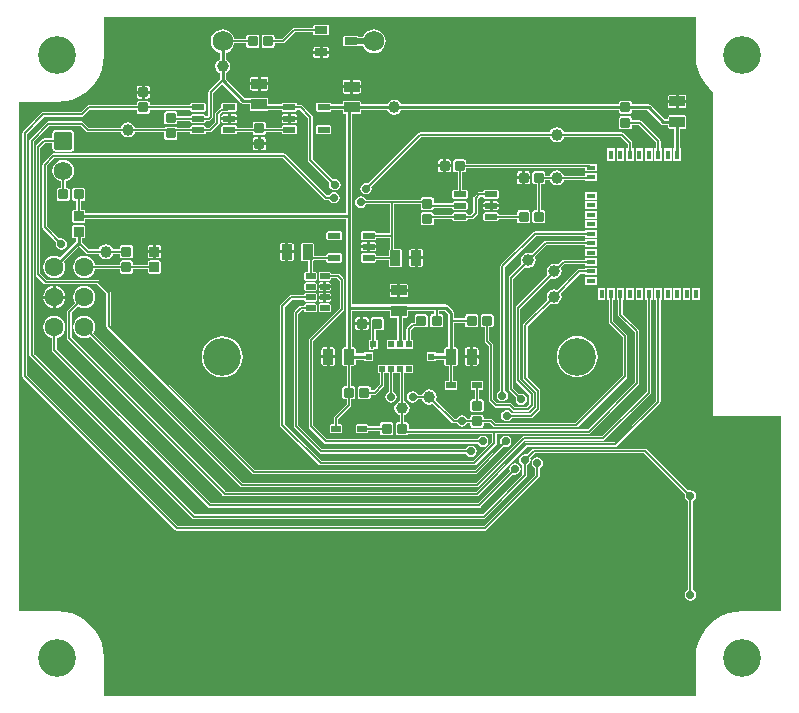
<source format=gbr>
%TF.GenerationSoftware,Altium Limited,Altium Designer,20.1.8 (145)*%
G04 Layer_Physical_Order=1*
G04 Layer_Color=2232046*
%FSLAX45Y45*%
%MOMM*%
%TF.SameCoordinates,F34F671C-B0F6-4AC1-94B4-1D61ADA518EE*%
%TF.FilePolarity,Positive*%
%TF.FileFunction,Copper,L1,Top,Signal*%
%TF.Part,Single*%
G01*
G75*
%TA.AperFunction,SMDPad,CuDef*%
G04:AMPARAMS|DCode=10|XSize=1.275mm|YSize=0.9mm|CornerRadius=0.045mm|HoleSize=0mm|Usage=FLASHONLY|Rotation=270.000|XOffset=0mm|YOffset=0mm|HoleType=Round|Shape=RoundedRectangle|*
%AMROUNDEDRECTD10*
21,1,1.27500,0.81000,0,0,270.0*
21,1,1.18500,0.90000,0,0,270.0*
1,1,0.09000,-0.40500,-0.59250*
1,1,0.09000,-0.40500,0.59250*
1,1,0.09000,0.40500,0.59250*
1,1,0.09000,0.40500,-0.59250*
%
%ADD10ROUNDEDRECTD10*%
%ADD11C,1.00000*%
G04:AMPARAMS|DCode=12|XSize=0.48mm|YSize=0.78mm|CornerRadius=0.024mm|HoleSize=0mm|Usage=FLASHONLY|Rotation=90.000|XOffset=0mm|YOffset=0mm|HoleType=Round|Shape=RoundedRectangle|*
%AMROUNDEDRECTD12*
21,1,0.48000,0.73200,0,0,90.0*
21,1,0.43200,0.78000,0,0,90.0*
1,1,0.04800,0.36600,0.21600*
1,1,0.04800,0.36600,-0.21600*
1,1,0.04800,-0.36600,-0.21600*
1,1,0.04800,-0.36600,0.21600*
%
%ADD12ROUNDEDRECTD12*%
G04:AMPARAMS|DCode=13|XSize=0.848mm|YSize=0.848mm|CornerRadius=0.05088mm|HoleSize=0mm|Usage=FLASHONLY|Rotation=180.000|XOffset=0mm|YOffset=0mm|HoleType=Round|Shape=RoundedRectangle|*
%AMROUNDEDRECTD13*
21,1,0.84800,0.74624,0,0,180.0*
21,1,0.74624,0.84800,0,0,180.0*
1,1,0.10176,-0.37312,0.37312*
1,1,0.10176,0.37312,0.37312*
1,1,0.10176,0.37312,-0.37312*
1,1,0.10176,-0.37312,-0.37312*
%
%ADD13ROUNDEDRECTD13*%
G04:AMPARAMS|DCode=14|XSize=0.848mm|YSize=0.848mm|CornerRadius=0.0424mm|HoleSize=0mm|Usage=FLASHONLY|Rotation=0.000|XOffset=0mm|YOffset=0mm|HoleType=Round|Shape=RoundedRectangle|*
%AMROUNDEDRECTD14*
21,1,0.84800,0.76320,0,0,0.0*
21,1,0.76320,0.84800,0,0,0.0*
1,1,0.08480,0.38160,-0.38160*
1,1,0.08480,-0.38160,-0.38160*
1,1,0.08480,-0.38160,0.38160*
1,1,0.08480,0.38160,0.38160*
%
%ADD14ROUNDEDRECTD14*%
G04:AMPARAMS|DCode=15|XSize=0.848mm|YSize=0.848mm|CornerRadius=0.05088mm|HoleSize=0mm|Usage=FLASHONLY|Rotation=90.000|XOffset=0mm|YOffset=0mm|HoleType=Round|Shape=RoundedRectangle|*
%AMROUNDEDRECTD15*
21,1,0.84800,0.74624,0,0,90.0*
21,1,0.74624,0.84800,0,0,90.0*
1,1,0.10176,0.37312,0.37312*
1,1,0.10176,0.37312,-0.37312*
1,1,0.10176,-0.37312,-0.37312*
1,1,0.10176,-0.37312,0.37312*
%
%ADD15ROUNDEDRECTD15*%
%TA.AperFunction,ConnectorPad*%
%ADD16R,0.80000X0.40000*%
%TA.AperFunction,SMDPad,CuDef*%
%ADD17R,0.70000X0.70000*%
%TA.AperFunction,BGAPad,CuDef*%
%ADD18R,1.45000X1.45000*%
%TA.AperFunction,SMDPad,CuDef*%
%ADD19R,0.60000X0.60000*%
%TA.AperFunction,ConnectorPad*%
%ADD20R,0.40000X0.80000*%
%TA.AperFunction,SMDPad,CuDef*%
G04:AMPARAMS|DCode=21|XSize=0.5mm|YSize=0.8mm|CornerRadius=0.0025mm|HoleSize=0mm|Usage=FLASHONLY|Rotation=90.000|XOffset=0mm|YOffset=0mm|HoleType=Round|Shape=RoundedRectangle|*
%AMROUNDEDRECTD21*
21,1,0.50000,0.79500,0,0,90.0*
21,1,0.49500,0.80000,0,0,90.0*
1,1,0.00500,0.39750,0.24750*
1,1,0.00500,0.39750,-0.24750*
1,1,0.00500,-0.39750,-0.24750*
1,1,0.00500,-0.39750,0.24750*
%
%ADD21ROUNDEDRECTD21*%
%ADD22R,2.50000X1.00000*%
%TA.AperFunction,BGAPad,CuDef*%
%ADD23R,0.50000X0.50000*%
%TA.AperFunction,SMDPad,CuDef*%
%ADD24R,0.20000X0.15000*%
G04:AMPARAMS|DCode=25|XSize=1.275mm|YSize=0.9mm|CornerRadius=0.045mm|HoleSize=0mm|Usage=FLASHONLY|Rotation=0.000|XOffset=0mm|YOffset=0mm|HoleType=Round|Shape=RoundedRectangle|*
%AMROUNDEDRECTD25*
21,1,1.27500,0.81000,0,0,0.0*
21,1,1.18500,0.90000,0,0,0.0*
1,1,0.09000,0.59250,-0.40500*
1,1,0.09000,-0.59250,-0.40500*
1,1,0.09000,-0.59250,0.40500*
1,1,0.09000,0.59250,0.40500*
%
%ADD25ROUNDEDRECTD25*%
G04:AMPARAMS|DCode=26|XSize=0.5mm|YSize=1.05mm|CornerRadius=0.025mm|HoleSize=0mm|Usage=FLASHONLY|Rotation=270.000|XOffset=0mm|YOffset=0mm|HoleType=Round|Shape=RoundedRectangle|*
%AMROUNDEDRECTD26*
21,1,0.50000,1.00000,0,0,270.0*
21,1,0.45000,1.05000,0,0,270.0*
1,1,0.05000,-0.50000,-0.22500*
1,1,0.05000,-0.50000,0.22500*
1,1,0.05000,0.50000,0.22500*
1,1,0.05000,0.50000,-0.22500*
%
%ADD26ROUNDEDRECTD26*%
G04:AMPARAMS|DCode=27|XSize=0.6mm|YSize=1.1mm|CornerRadius=0.03mm|HoleSize=0mm|Usage=FLASHONLY|Rotation=90.000|XOffset=0mm|YOffset=0mm|HoleType=Round|Shape=RoundedRectangle|*
%AMROUNDEDRECTD27*
21,1,0.60000,1.04000,0,0,90.0*
21,1,0.54000,1.10000,0,0,90.0*
1,1,0.06000,0.52000,0.27000*
1,1,0.06000,0.52000,-0.27000*
1,1,0.06000,-0.52000,-0.27000*
1,1,0.06000,-0.52000,0.27000*
%
%ADD27ROUNDEDRECTD27*%
%TA.AperFunction,Conductor*%
%ADD28C,0.12700*%
%ADD29C,0.25400*%
%ADD30C,0.15240*%
%ADD31C,0.50800*%
%TA.AperFunction,ComponentPad*%
G04:AMPARAMS|DCode=32|XSize=1.58mm|YSize=1.58mm|CornerRadius=0.158mm|HoleSize=0mm|Usage=FLASHONLY|Rotation=0.000|XOffset=0mm|YOffset=0mm|HoleType=Round|Shape=RoundedRectangle|*
%AMROUNDEDRECTD32*
21,1,1.58000,1.26400,0,0,0.0*
21,1,1.26400,1.58000,0,0,0.0*
1,1,0.31600,0.63200,-0.63200*
1,1,0.31600,-0.63200,-0.63200*
1,1,0.31600,-0.63200,0.63200*
1,1,0.31600,0.63200,0.63200*
%
%ADD32ROUNDEDRECTD32*%
%ADD33C,1.58000*%
%ADD34C,3.20000*%
%ADD35C,1.75000*%
%ADD36C,1.50000*%
%ADD37C,1.60000*%
%TA.AperFunction,WasherPad*%
%ADD38C,3.20000*%
%TA.AperFunction,ViaPad*%
%ADD39C,0.70000*%
G36*
X5756872Y5450000D02*
X5756005D01*
X5760856Y5388365D01*
X5775289Y5328249D01*
X5798948Y5271130D01*
X5831251Y5218416D01*
X5871404Y5171403D01*
X5904127Y5143455D01*
Y4774116D01*
X5904104Y4774000D01*
Y3274000D01*
X5904127Y3273886D01*
X5904127Y2400000D01*
X6474104Y2400000D01*
Y743128D01*
X6150000D01*
Y743995D01*
X6088366Y739144D01*
X6028249Y724711D01*
X5971130Y701052D01*
X5918416Y668748D01*
X5871404Y628596D01*
X5831251Y581584D01*
X5798948Y528870D01*
X5775289Y471751D01*
X5760856Y411634D01*
X5756005Y350000D01*
X5756872D01*
Y25896D01*
X743128D01*
Y350000D01*
X743995D01*
X739144Y411634D01*
X724711Y471751D01*
X701052Y528870D01*
X668748Y581584D01*
X628596Y628596D01*
X581584Y668748D01*
X528870Y701052D01*
X471751Y724711D01*
X411634Y739144D01*
X350000Y743995D01*
Y743128D01*
X25896D01*
X25897Y5056872D01*
X350000D01*
Y5056005D01*
X411634Y5060856D01*
X471751Y5075289D01*
X528870Y5098948D01*
X581584Y5131251D01*
X628596Y5171403D01*
X668748Y5218416D01*
X701052Y5271130D01*
X724711Y5328249D01*
X739144Y5388365D01*
X743995Y5450000D01*
X743128D01*
Y5774104D01*
X5756872D01*
Y5450000D01*
D02*
G37*
%LPC*%
G36*
X2635573Y5708008D02*
X2531574D01*
X2525448Y5706789D01*
X2520255Y5703319D01*
X2516784Y5698126D01*
X2515566Y5692000D01*
Y5684423D01*
X2357693D01*
X2350260Y5682945D01*
X2343958Y5678735D01*
X2254647Y5589423D01*
X2189614D01*
Y5607312D01*
X2188234Y5614253D01*
X2184302Y5620137D01*
X2178419Y5624068D01*
X2171478Y5625448D01*
X2096854D01*
X2089913Y5624068D01*
X2084029Y5620137D01*
X2080098Y5614253D01*
X2078717Y5607312D01*
Y5532688D01*
X2080098Y5525747D01*
X2084029Y5519863D01*
X2089913Y5515932D01*
X2096854Y5514552D01*
X2171478D01*
X2178419Y5515932D01*
X2184302Y5519863D01*
X2188234Y5525747D01*
X2189614Y5532688D01*
Y5550577D01*
X2262692D01*
X2270126Y5552055D01*
X2276427Y5556266D01*
X2365738Y5645577D01*
X2515566D01*
Y5638000D01*
X2516784Y5631874D01*
X2520255Y5626681D01*
X2525448Y5623211D01*
X2531574Y5621993D01*
X2635573D01*
X2641699Y5623211D01*
X2646892Y5626681D01*
X2650362Y5631874D01*
X2651581Y5638000D01*
Y5692000D01*
X2650362Y5698126D01*
X2646892Y5703319D01*
X2641699Y5706789D01*
X2635573Y5708008D01*
D02*
G37*
G36*
X3030000Y5671065D02*
X3003843Y5667621D01*
X2979468Y5657525D01*
X2958537Y5641463D01*
X2942475Y5620532D01*
X2937635Y5608847D01*
X2896103D01*
X2891699Y5611789D01*
X2885573Y5613008D01*
X2781574D01*
X2775448Y5611789D01*
X2770255Y5608319D01*
X2766784Y5603126D01*
X2765566Y5597000D01*
Y5543000D01*
X2766784Y5536874D01*
X2770255Y5531681D01*
X2775448Y5528211D01*
X2781574Y5526993D01*
X2885573D01*
X2891699Y5528211D01*
X2896103Y5531154D01*
X2937635D01*
X2942475Y5519468D01*
X2958537Y5498537D01*
X2979468Y5482475D01*
X3003843Y5472379D01*
X3030000Y5468935D01*
X3056157Y5472379D01*
X3080532Y5482475D01*
X3101463Y5498537D01*
X3117525Y5519468D01*
X3127621Y5543843D01*
X3131065Y5570000D01*
X3127621Y5596157D01*
X3117525Y5620532D01*
X3101463Y5641463D01*
X3080532Y5657525D01*
X3056157Y5667621D01*
X3030000Y5671065D01*
D02*
G37*
G36*
X1750000D02*
X1723843Y5667621D01*
X1699468Y5657525D01*
X1678537Y5641463D01*
X1662475Y5620532D01*
X1652379Y5596157D01*
X1648935Y5570000D01*
X1652379Y5543843D01*
X1662475Y5519468D01*
X1678537Y5498537D01*
X1699468Y5482475D01*
X1723843Y5472379D01*
X1724102Y5472345D01*
Y5414964D01*
X1704796Y5402064D01*
X1690938Y5381324D01*
X1686072Y5356860D01*
X1690938Y5332396D01*
X1704796Y5311656D01*
X1724102Y5298756D01*
Y5243774D01*
X1634222Y5153894D01*
X1630012Y5147593D01*
X1628533Y5140160D01*
Y4939660D01*
X1622532Y4933660D01*
X1607079D01*
Y4936737D01*
X1602260Y4948370D01*
X1590627Y4953189D01*
X1490627D01*
X1478993Y4948370D01*
X1474174Y4936737D01*
Y4933660D01*
X1366088D01*
Y4958792D01*
X1364708Y4965733D01*
X1360777Y4971616D01*
X1354893Y4975548D01*
X1347952Y4976928D01*
X1273328D01*
X1266387Y4975548D01*
X1260503Y4971616D01*
X1256572Y4965733D01*
X1255192Y4958792D01*
Y4884168D01*
X1256572Y4877227D01*
X1260503Y4871343D01*
X1266387Y4867412D01*
X1273328Y4866031D01*
X1347952D01*
X1354893Y4867412D01*
X1360777Y4871343D01*
X1364708Y4877227D01*
X1366088Y4884168D01*
Y4894813D01*
X1474174D01*
Y4891736D01*
X1478993Y4880103D01*
X1490627Y4875284D01*
X1590627D01*
X1602260Y4880103D01*
X1607079Y4891736D01*
Y4894813D01*
X1630578D01*
X1638011Y4896292D01*
X1644312Y4900502D01*
X1661690Y4917880D01*
X1661691Y4917881D01*
X1665901Y4924182D01*
X1667379Y4931615D01*
Y5132114D01*
X1745422Y5210157D01*
X1907089Y5048490D01*
X1915490Y5042876D01*
X1925401Y5040905D01*
X1983396D01*
Y4994137D01*
X1984731Y4987426D01*
X1988533Y4981737D01*
X1994222Y4977935D01*
X2000933Y4976600D01*
X2119433D01*
X2126145Y4977935D01*
X2131834Y4981737D01*
X2132905Y4983339D01*
X2249695D01*
X2253106Y4975103D01*
X2264740Y4970284D01*
X2364740D01*
X2376374Y4975103D01*
X2381193Y4986737D01*
Y4989813D01*
X2404545D01*
X2473498Y4920860D01*
Y4562182D01*
X2474977Y4554749D01*
X2479187Y4548448D01*
X2653854Y4373781D01*
X2650342Y4356126D01*
X2654044Y4337514D01*
X2664587Y4321736D01*
X2680365Y4311194D01*
X2698977Y4307492D01*
X2717588Y4311194D01*
X2733367Y4321736D01*
X2743909Y4337514D01*
X2747611Y4356126D01*
X2743909Y4374738D01*
X2733367Y4390516D01*
X2717588Y4401058D01*
X2698977Y4404760D01*
X2681323Y4401249D01*
X2512344Y4570228D01*
Y4928906D01*
X2510866Y4936338D01*
X2506656Y4942640D01*
X2426325Y5022971D01*
X2420023Y5027181D01*
X2412590Y5028660D01*
X2381193D01*
Y5031737D01*
X2376374Y5043370D01*
X2364740Y5048189D01*
X2264740D01*
X2253106Y5043370D01*
X2249695Y5035134D01*
X2136970D01*
Y5075137D01*
X2135635Y5081848D01*
X2131834Y5087538D01*
X2126145Y5091339D01*
X2119433Y5092674D01*
X2028148D01*
X2028018Y5092700D01*
X1936128D01*
X1775898Y5252931D01*
Y5298756D01*
X1795204Y5311656D01*
X1809062Y5332396D01*
X1813928Y5356860D01*
X1809062Y5381324D01*
X1795204Y5402064D01*
X1775898Y5414964D01*
Y5472345D01*
X1776157Y5472379D01*
X1800532Y5482475D01*
X1821463Y5498537D01*
X1837525Y5519468D01*
X1847621Y5543843D01*
X1848508Y5550577D01*
X1948717D01*
Y5532688D01*
X1950098Y5525747D01*
X1954029Y5519863D01*
X1959913Y5515932D01*
X1966854Y5514552D01*
X2041478D01*
X2048419Y5515932D01*
X2054302Y5519863D01*
X2058234Y5525747D01*
X2059614Y5532688D01*
Y5607312D01*
X2058234Y5614253D01*
X2054302Y5620137D01*
X2048419Y5624068D01*
X2041478Y5625448D01*
X1966854D01*
X1959913Y5624068D01*
X1954029Y5620137D01*
X1950098Y5614253D01*
X1948717Y5607312D01*
Y5589423D01*
X1848508D01*
X1847621Y5596157D01*
X1837525Y5620532D01*
X1821463Y5641463D01*
X1800532Y5657525D01*
X1776157Y5667621D01*
X1750000Y5671065D01*
D02*
G37*
G36*
X2635573Y5518008D02*
X2596273D01*
Y5487701D01*
X2651581D01*
Y5502000D01*
X2650362Y5508126D01*
X2646892Y5513319D01*
X2641699Y5516789D01*
X2635573Y5518008D01*
D02*
G37*
G36*
X2570873D02*
X2531574D01*
X2525448Y5516789D01*
X2520255Y5513319D01*
X2516784Y5508126D01*
X2515566Y5502000D01*
Y5487701D01*
X2570873D01*
Y5518008D01*
D02*
G37*
G36*
X2651581Y5462301D02*
X2596273D01*
Y5431993D01*
X2635573D01*
X2641699Y5433211D01*
X2646892Y5436681D01*
X2650362Y5441875D01*
X2651581Y5448000D01*
Y5462301D01*
D02*
G37*
G36*
X2570873D02*
X2515566D01*
Y5448000D01*
X2516784Y5441875D01*
X2520255Y5436681D01*
X2525448Y5433211D01*
X2531574Y5431993D01*
X2570873D01*
Y5462301D01*
D02*
G37*
G36*
X2119433Y5267914D02*
X2072883D01*
Y5222577D01*
X2136970D01*
Y5250377D01*
X2135635Y5257088D01*
X2131834Y5262778D01*
X2126145Y5266579D01*
X2119433Y5267914D01*
D02*
G37*
G36*
X2047483D02*
X2000933D01*
X1994222Y5266579D01*
X1988533Y5262778D01*
X1984731Y5257088D01*
X1983396Y5250377D01*
Y5222577D01*
X2047483D01*
Y5267914D01*
D02*
G37*
G36*
X2900879Y5242514D02*
X2854329D01*
Y5197177D01*
X2918416D01*
Y5224977D01*
X2917081Y5231688D01*
X2913279Y5237377D01*
X2907590Y5241179D01*
X2900879Y5242514D01*
D02*
G37*
G36*
X2828929D02*
X2782378D01*
X2775667Y5241179D01*
X2769978Y5237377D01*
X2766177Y5231688D01*
X2764842Y5224977D01*
Y5197177D01*
X2828929D01*
Y5242514D01*
D02*
G37*
G36*
X1114826Y5194685D02*
X1090214D01*
Y5151937D01*
X1132963D01*
Y5176549D01*
X1131582Y5183489D01*
X1127651Y5189373D01*
X1121767Y5193305D01*
X1114826Y5194685D01*
D02*
G37*
G36*
X1064814D02*
X1040202D01*
X1033262Y5193305D01*
X1027378Y5189373D01*
X1023446Y5183489D01*
X1022066Y5176549D01*
Y5151937D01*
X1064814D01*
Y5194685D01*
D02*
G37*
G36*
X2136970Y5197177D02*
X2072883D01*
Y5151840D01*
X2119433D01*
X2126145Y5153175D01*
X2131834Y5156976D01*
X2135635Y5162666D01*
X2136970Y5169377D01*
Y5197177D01*
D02*
G37*
G36*
X2047483D02*
X1983396D01*
Y5169377D01*
X1984731Y5162666D01*
X1988533Y5156976D01*
X1994222Y5153175D01*
X2000933Y5151840D01*
X2047483D01*
Y5197177D01*
D02*
G37*
G36*
X2918416Y5171777D02*
X2854329D01*
Y5126440D01*
X2900879D01*
X2907590Y5127775D01*
X2913279Y5131576D01*
X2917081Y5137266D01*
X2918416Y5143977D01*
Y5171777D01*
D02*
G37*
G36*
X2828929D02*
X2764842D01*
Y5143977D01*
X2766177Y5137266D01*
X2769978Y5131576D01*
X2775667Y5127775D01*
X2782378Y5126440D01*
X2828929D01*
Y5171777D01*
D02*
G37*
G36*
X1132963Y5126537D02*
X1090214D01*
Y5083788D01*
X1114826D01*
X1121767Y5085169D01*
X1127651Y5089100D01*
X1131582Y5094984D01*
X1132963Y5101925D01*
Y5126537D01*
D02*
G37*
G36*
X1064814D02*
X1022066D01*
Y5101925D01*
X1023446Y5094984D01*
X1027378Y5089100D01*
X1033262Y5085169D01*
X1040202Y5083788D01*
X1064814D01*
Y5126537D01*
D02*
G37*
G36*
X5657250Y5117931D02*
X5610700D01*
Y5072594D01*
X5674787D01*
Y5100394D01*
X5673452Y5107105D01*
X5669651Y5112794D01*
X5663961Y5116596D01*
X5657250Y5117931D01*
D02*
G37*
G36*
X5585300D02*
X5538750D01*
X5532039Y5116596D01*
X5526350Y5112794D01*
X5522548Y5107105D01*
X5521213Y5100394D01*
Y5072594D01*
X5585300D01*
Y5117931D01*
D02*
G37*
G36*
X3202198Y5073165D02*
X3177734Y5068299D01*
X3156994Y5054441D01*
X3144094Y5035134D01*
X2918416D01*
Y5049737D01*
X2917081Y5056448D01*
X2913279Y5062137D01*
X2907590Y5065939D01*
X2900879Y5067274D01*
X2782378D01*
X2775667Y5065939D01*
X2769978Y5062137D01*
X2766177Y5056448D01*
X2764842Y5049737D01*
Y5035134D01*
X2669785D01*
X2666374Y5043370D01*
X2654740Y5048189D01*
X2554740D01*
X2543106Y5043370D01*
X2538288Y5031737D01*
Y4986737D01*
X2543106Y4975103D01*
X2554740Y4970284D01*
X2654740D01*
X2666374Y4975103D01*
X2669785Y4983339D01*
X2764842D01*
Y4968737D01*
X2766177Y4962026D01*
X2769978Y4956336D01*
X2775667Y4952535D01*
X2782378Y4951200D01*
X2792893D01*
Y4113219D01*
X585432D01*
Y4125481D01*
X584117Y4132091D01*
X580373Y4137694D01*
X574769Y4141439D01*
X568160Y4142753D01*
X550718D01*
Y4216832D01*
X567312D01*
X574253Y4218212D01*
X580137Y4222143D01*
X584068Y4228027D01*
X585448Y4234968D01*
Y4309592D01*
X584068Y4316533D01*
X580137Y4322417D01*
X574253Y4326348D01*
X567312Y4327728D01*
X492688D01*
X485747Y4326348D01*
X479863Y4322417D01*
X475932Y4316533D01*
X474552Y4309592D01*
Y4234968D01*
X475932Y4228027D01*
X479863Y4222143D01*
X485747Y4218212D01*
X492688Y4216832D01*
X509282D01*
Y4142753D01*
X491840D01*
X485230Y4141439D01*
X479627Y4137694D01*
X475883Y4132091D01*
X474568Y4125481D01*
Y4049161D01*
X475883Y4042552D01*
X479627Y4036948D01*
X485230Y4033204D01*
X491840Y4031889D01*
X568160D01*
X574769Y4033204D01*
X580373Y4036948D01*
X584117Y4042552D01*
X585432Y4049161D01*
Y4061424D01*
X2792893D01*
Y3315343D01*
Y2976787D01*
X2778291D01*
X2771580Y2975452D01*
X2765890Y2971650D01*
X2762089Y2965961D01*
X2760754Y2959250D01*
Y2840750D01*
X2762089Y2834039D01*
X2765890Y2828349D01*
X2771580Y2824548D01*
X2778291Y2823213D01*
X2799368D01*
Y2650778D01*
X2781479D01*
X2774538Y2649398D01*
X2768654Y2645466D01*
X2764723Y2639582D01*
X2763342Y2632642D01*
Y2558018D01*
X2764723Y2551077D01*
X2768654Y2545193D01*
X2774538Y2541262D01*
X2781479Y2539881D01*
X2799368D01*
Y2494096D01*
X2696079Y2390807D01*
X2691868Y2384506D01*
X2690390Y2377073D01*
Y2327758D01*
X2670063D01*
X2660151Y2323653D01*
X2656046Y2313741D01*
Y2264241D01*
X2660151Y2254330D01*
X2670063Y2250224D01*
X2749563D01*
X2759475Y2254330D01*
X2763580Y2264241D01*
Y2313741D01*
X2759475Y2323653D01*
X2749563Y2327758D01*
X2729236D01*
Y2369028D01*
X2832525Y2472317D01*
X2836735Y2478618D01*
X2838214Y2486051D01*
Y2539881D01*
X2856103D01*
X2863044Y2541262D01*
X2868927Y2545193D01*
X2872859Y2551077D01*
X2874239Y2558018D01*
Y2632642D01*
X2872859Y2639582D01*
X2868927Y2645466D01*
X2863044Y2649398D01*
X2856103Y2650778D01*
X2838214D01*
Y2823213D01*
X2859291D01*
X2866002Y2824548D01*
X2871691Y2828349D01*
X2875493Y2834039D01*
X2876828Y2840750D01*
Y2874103D01*
X2947300D01*
Y2862300D01*
X3022700D01*
Y2937700D01*
X2947300D01*
Y2925898D01*
X2876828D01*
Y2959250D01*
X2875493Y2965961D01*
X2871691Y2971650D01*
X2866002Y2975452D01*
X2859291Y2976787D01*
X2844688D01*
Y3289445D01*
X3163053D01*
Y3244377D01*
X3164388Y3237666D01*
X3168189Y3231976D01*
X3173879Y3228175D01*
X3180590Y3226840D01*
X3224103D01*
Y3042700D01*
X3137300D01*
Y2967300D01*
X3362700D01*
Y3042700D01*
X3344423D01*
Y3123523D01*
X3368727Y3147827D01*
X3395130D01*
X3395254Y3147851D01*
X3468492D01*
X3475433Y3149232D01*
X3481317Y3153163D01*
X3485248Y3159047D01*
X3486629Y3165988D01*
Y3240612D01*
X3485248Y3247553D01*
X3481317Y3253436D01*
X3475433Y3257368D01*
X3468492Y3258748D01*
X3393868D01*
X3386927Y3257368D01*
X3381044Y3253436D01*
X3377112Y3247553D01*
X3375732Y3240612D01*
Y3186673D01*
X3360682D01*
X3353249Y3185195D01*
X3346948Y3180984D01*
X3311266Y3145303D01*
X3307056Y3139001D01*
X3305577Y3131568D01*
Y3042700D01*
X3275898D01*
Y3226840D01*
X3299090D01*
X3305801Y3228175D01*
X3311491Y3231976D01*
X3315292Y3237666D01*
X3316627Y3244377D01*
Y3289445D01*
X3541757D01*
Y3258748D01*
X3523868D01*
X3516927Y3257368D01*
X3511044Y3253436D01*
X3507112Y3247553D01*
X3505732Y3240612D01*
Y3165988D01*
X3507112Y3159047D01*
X3511044Y3153163D01*
X3516927Y3149232D01*
X3523868Y3147851D01*
X3598492D01*
X3605433Y3149232D01*
X3611317Y3153163D01*
X3615248Y3159047D01*
X3616629Y3165988D01*
Y3240612D01*
X3615248Y3247553D01*
X3611317Y3253436D01*
X3605433Y3257368D01*
X3598492Y3258748D01*
X3580603D01*
Y3289445D01*
X3626404D01*
X3657183Y3258667D01*
Y3203300D01*
Y2976787D01*
X3642580D01*
X3635869Y2975452D01*
X3630180Y2971651D01*
X3626378Y2965961D01*
X3625043Y2959250D01*
Y2925898D01*
X3552700D01*
Y2937700D01*
X3477300D01*
Y2862300D01*
X3552700D01*
Y2874102D01*
X3625043D01*
Y2840750D01*
X3626378Y2834039D01*
X3630180Y2828349D01*
X3635869Y2824548D01*
X3642580Y2823213D01*
X3663657D01*
Y2695088D01*
X3643330D01*
X3633418Y2690983D01*
X3629313Y2681071D01*
Y2631571D01*
X3633418Y2621660D01*
X3643330Y2617554D01*
X3722830D01*
X3732742Y2621660D01*
X3736847Y2631571D01*
Y2681071D01*
X3732742Y2690983D01*
X3722830Y2695088D01*
X3702503D01*
Y2823213D01*
X3723580D01*
X3730291Y2824548D01*
X3735981Y2828349D01*
X3739782Y2834039D01*
X3741117Y2840750D01*
Y2959250D01*
X3739782Y2965961D01*
X3735981Y2971651D01*
X3730291Y2975452D01*
X3723580Y2976787D01*
X3708978D01*
Y3183877D01*
X3802871D01*
Y3165988D01*
X3804252Y3159047D01*
X3808183Y3153163D01*
X3814067Y3149232D01*
X3821008Y3147851D01*
X3895632D01*
X3902573Y3149232D01*
X3908456Y3153163D01*
X3912388Y3159047D01*
X3913768Y3165988D01*
Y3240612D01*
X3912388Y3247553D01*
X3908456Y3253436D01*
X3902573Y3257368D01*
X3895632Y3258748D01*
X3821008D01*
X3814067Y3257368D01*
X3808183Y3253436D01*
X3804252Y3247553D01*
X3802871Y3240612D01*
Y3222723D01*
X3708978D01*
Y3269394D01*
X3707007Y3279304D01*
X3701393Y3287706D01*
X3655444Y3333655D01*
X3647042Y3339269D01*
X3637131Y3341240D01*
X3306308D01*
X3305801Y3341579D01*
X3299090Y3342914D01*
X3180590D01*
X3173879Y3341579D01*
X3173372Y3341240D01*
X2844688D01*
Y4087321D01*
Y4951200D01*
X2900879D01*
X2907590Y4952535D01*
X2913279Y4956336D01*
X2917081Y4962026D01*
X2918416Y4968737D01*
Y4983339D01*
X3144094D01*
X3156994Y4964032D01*
X3177734Y4950175D01*
X3202198Y4945308D01*
X3226662Y4950175D01*
X3247402Y4964032D01*
X3260302Y4983339D01*
X5104472D01*
Y4971925D01*
X5105852Y4964984D01*
X5109784Y4959100D01*
X5115667Y4955169D01*
X5122608Y4953788D01*
X5197232D01*
X5204173Y4955169D01*
X5210057Y4959100D01*
X5213988Y4964984D01*
X5215369Y4971925D01*
Y4983339D01*
X5346277D01*
X5463275Y4866341D01*
X5471677Y4860727D01*
X5481587Y4858756D01*
X5521213D01*
Y4844154D01*
X5522548Y4837443D01*
X5526350Y4831753D01*
X5532039Y4827952D01*
X5538750Y4826617D01*
X5572103D01*
Y4663300D01*
X5565300D01*
Y4557900D01*
X5630700D01*
Y4663300D01*
X5623898D01*
Y4826617D01*
X5657250D01*
X5663961Y4827952D01*
X5669651Y4831753D01*
X5673452Y4837443D01*
X5674787Y4844154D01*
Y4925154D01*
X5673452Y4931865D01*
X5669651Y4937555D01*
X5663961Y4941356D01*
X5657250Y4942691D01*
X5538750D01*
X5532039Y4941356D01*
X5526350Y4937555D01*
X5522548Y4931865D01*
X5521213Y4925154D01*
Y4910551D01*
X5492315D01*
X5375317Y5027549D01*
X5366915Y5033163D01*
X5357005Y5035134D01*
X5215369D01*
Y5046549D01*
X5213988Y5053489D01*
X5210057Y5059373D01*
X5204173Y5063305D01*
X5197232Y5064685D01*
X5122608D01*
X5115667Y5063305D01*
X5109784Y5059373D01*
X5105852Y5053489D01*
X5104472Y5046549D01*
Y5035134D01*
X3260302D01*
X3247402Y5054441D01*
X3226662Y5068299D01*
X3202198Y5073165D01*
D02*
G37*
G36*
X5674787Y5047194D02*
X5610700D01*
Y5001857D01*
X5657250D01*
X5663961Y5003192D01*
X5669651Y5006993D01*
X5673452Y5012683D01*
X5674787Y5019394D01*
Y5047194D01*
D02*
G37*
G36*
X5585300D02*
X5521213D01*
Y5019394D01*
X5522548Y5012683D01*
X5526350Y5006993D01*
X5532039Y5003192D01*
X5538750Y5001857D01*
X5585300D01*
Y5047194D01*
D02*
G37*
G36*
X1855627Y5048189D02*
X1755627D01*
X1743993Y5043370D01*
X1739174Y5031737D01*
Y5022049D01*
X1738794Y5010010D01*
X1731361Y5008531D01*
X1725060Y5004321D01*
X1690355Y4969616D01*
X1686144Y4963315D01*
X1684666Y4955882D01*
Y4887782D01*
X1635544Y4838660D01*
X1607079D01*
Y4841737D01*
X1602260Y4853370D01*
X1590627Y4858189D01*
X1490627D01*
X1478993Y4853370D01*
X1474174Y4841737D01*
Y4838660D01*
X1362752D01*
X1360777Y4841616D01*
X1354893Y4845548D01*
X1347952Y4846928D01*
X1273328D01*
X1266387Y4845548D01*
X1260503Y4841616D01*
X1258528Y4838660D01*
X1005641D01*
X1004638Y4843701D01*
X990780Y4864441D01*
X970040Y4878299D01*
X945576Y4883165D01*
X921112Y4878299D01*
X900372Y4864441D01*
X886514Y4843701D01*
X885511Y4838660D01*
X616314D01*
X569520Y4885454D01*
X563219Y4889665D01*
X555786Y4891143D01*
X274666D01*
X274664Y4891143D01*
X267232Y4889665D01*
X260930Y4885454D01*
X117879Y4742404D01*
X113669Y4736102D01*
X112191Y4728669D01*
Y2917260D01*
X113669Y2909827D01*
X117879Y2903525D01*
X1489851Y1531554D01*
X1496152Y1527344D01*
X1503585Y1525865D01*
X3959558D01*
X3966991Y1527344D01*
X3973292Y1531554D01*
X4321333Y1879594D01*
X4325543Y1885896D01*
X4327022Y1893329D01*
Y1978456D01*
X4341988Y1988456D01*
X4352531Y2004234D01*
X4356233Y2022846D01*
X4352721Y2040500D01*
X4394303Y2082082D01*
X5321031D01*
X5665459Y1737654D01*
X5661947Y1720000D01*
X5665649Y1701388D01*
X5676192Y1685610D01*
X5691158Y1675610D01*
Y924390D01*
X5676192Y914390D01*
X5665649Y898612D01*
X5661947Y880000D01*
X5665649Y861388D01*
X5676192Y845610D01*
X5691970Y835068D01*
X5710581Y831366D01*
X5729193Y835068D01*
X5744971Y845610D01*
X5755514Y861388D01*
X5759216Y880000D01*
X5755514Y898612D01*
X5744971Y914390D01*
X5730005Y924390D01*
Y1675610D01*
X5744971Y1685610D01*
X5755514Y1701388D01*
X5759216Y1720000D01*
X5755514Y1738611D01*
X5744971Y1754390D01*
X5729193Y1764932D01*
X5710581Y1768634D01*
X5692927Y1765123D01*
X5342810Y2115240D01*
X5336509Y2119450D01*
X5329076Y2120928D01*
X4386257D01*
X4378824Y2119450D01*
X4372523Y2115240D01*
X4325252Y2067969D01*
X4307598Y2071480D01*
X4288987Y2067778D01*
X4273208Y2057236D01*
X4262666Y2041458D01*
X4258964Y2022846D01*
X4262666Y2004234D01*
X4273208Y1988456D01*
X4288175Y1978456D01*
Y1901374D01*
X3951513Y1564711D01*
X1511630D01*
X151037Y2925305D01*
Y4720624D01*
X282710Y4852297D01*
X547740D01*
X594535Y4805502D01*
X600836Y4801292D01*
X608269Y4799813D01*
X608270Y4799814D01*
X885511D01*
X886514Y4794772D01*
X900372Y4774033D01*
X921112Y4760175D01*
X945576Y4755308D01*
X970040Y4760175D01*
X990780Y4774033D01*
X1004638Y4794772D01*
X1005641Y4799814D01*
X1255192D01*
Y4754168D01*
X1256572Y4747227D01*
X1260503Y4741343D01*
X1266387Y4737412D01*
X1273328Y4736031D01*
X1347952D01*
X1354893Y4737412D01*
X1360777Y4741343D01*
X1364708Y4747227D01*
X1366088Y4754168D01*
Y4799814D01*
X1474174D01*
Y4796737D01*
X1478993Y4785103D01*
X1490627Y4780284D01*
X1590627D01*
X1602260Y4785103D01*
X1607079Y4796737D01*
Y4799814D01*
X1643590D01*
X1651023Y4801292D01*
X1657324Y4805502D01*
X1717823Y4866002D01*
X1722034Y4872303D01*
X1723512Y4879736D01*
Y4947836D01*
X1746840Y4971164D01*
X1753504D01*
X1755627Y4970284D01*
X1855627D01*
X1867260Y4975103D01*
X1872079Y4986737D01*
Y5031737D01*
X1867260Y5043370D01*
X1855627Y5048189D01*
D02*
G37*
G36*
X1114826Y5064685D02*
X1040202D01*
X1033262Y5063305D01*
X1027378Y5059373D01*
X1023446Y5053489D01*
X1022066Y5046549D01*
Y5028660D01*
X614402D01*
X606969Y5027181D01*
X600667Y5022971D01*
X547145Y4969448D01*
X228166D01*
X228165Y4969449D01*
X220732Y4967970D01*
X214431Y4963759D01*
X60466Y4809795D01*
X56256Y4803494D01*
X54777Y4796061D01*
Y2733153D01*
X56256Y2725720D01*
X60466Y2719418D01*
X1347235Y1432649D01*
X1353537Y1428439D01*
X1360970Y1426961D01*
X3970383D01*
X3977817Y1428439D01*
X3984118Y1432649D01*
X4427897Y1876428D01*
X4432107Y1882730D01*
X4433586Y1890163D01*
X4433585Y1890164D01*
Y1955139D01*
X4448552Y1965140D01*
X4459095Y1980918D01*
X4462797Y1999529D01*
X4459095Y2018141D01*
X4448552Y2033919D01*
X4432774Y2044462D01*
X4414162Y2048164D01*
X4395551Y2044462D01*
X4379773Y2033919D01*
X4369230Y2018141D01*
X4365528Y1999529D01*
X4369230Y1980918D01*
X4379773Y1965140D01*
X4394739Y1955139D01*
Y1898208D01*
X3962338Y1465807D01*
X1369015D01*
X93624Y2741198D01*
Y4788015D01*
X236211Y4930602D01*
X555190D01*
X562623Y4932081D01*
X568924Y4936291D01*
X622447Y4989813D01*
X1022066D01*
Y4971925D01*
X1023446Y4964984D01*
X1027378Y4959100D01*
X1033262Y4955169D01*
X1040202Y4953788D01*
X1114826D01*
X1121767Y4955169D01*
X1127651Y4959100D01*
X1131582Y4964984D01*
X1132963Y4971925D01*
Y4989813D01*
X1474174D01*
Y4986737D01*
X1478993Y4975103D01*
X1490627Y4970284D01*
X1590627D01*
X1602260Y4975103D01*
X1607079Y4986737D01*
Y5031737D01*
X1602260Y5043370D01*
X1590627Y5048189D01*
X1490627D01*
X1478993Y5043370D01*
X1474174Y5031737D01*
Y5028660D01*
X1132963D01*
Y5046549D01*
X1131582Y5053489D01*
X1127651Y5059373D01*
X1121767Y5063305D01*
X1114826Y5064685D01*
D02*
G37*
G36*
X1855627Y4953189D02*
X1818327D01*
Y4926936D01*
X1872079D01*
Y4936737D01*
X1867260Y4948370D01*
X1855627Y4953189D01*
D02*
G37*
G36*
X1792927D02*
X1755627D01*
X1743993Y4948370D01*
X1739174Y4936737D01*
Y4926936D01*
X1792927D01*
Y4953189D01*
D02*
G37*
G36*
X2364740D02*
X2327441D01*
Y4926936D01*
X2381193D01*
Y4936737D01*
X2376374Y4948370D01*
X2364740Y4953189D01*
D02*
G37*
G36*
X2302041D02*
X2264740D01*
X2253106Y4948370D01*
X2248288Y4936737D01*
Y4926936D01*
X2302041D01*
Y4953189D01*
D02*
G37*
G36*
X2381193Y4901536D02*
X2327441D01*
Y4875284D01*
X2364740D01*
X2376374Y4880103D01*
X2381193Y4891736D01*
Y4901536D01*
D02*
G37*
G36*
X2302041D02*
X2248288D01*
Y4891736D01*
X2253106Y4880103D01*
X2264740Y4875284D01*
X2302041D01*
Y4901536D01*
D02*
G37*
G36*
X1872079Y4901536D02*
X1818327D01*
Y4875284D01*
X1855627D01*
X1867260Y4880103D01*
X1872079Y4891736D01*
Y4901536D01*
D02*
G37*
G36*
X1792927D02*
X1739174D01*
Y4891736D01*
X1743993Y4880103D01*
X1755627Y4875284D01*
X1792927D01*
Y4901536D01*
D02*
G37*
G36*
X2097496Y4887386D02*
X2022871D01*
X2015931Y4886005D01*
X2010047Y4882074D01*
X2006116Y4876190D01*
X2004735Y4869249D01*
Y4838660D01*
X1872079D01*
Y4841737D01*
X1867260Y4853370D01*
X1855627Y4858189D01*
X1755627D01*
X1743993Y4853370D01*
X1739174Y4841737D01*
Y4796737D01*
X1743993Y4785103D01*
X1755627Y4780284D01*
X1855627D01*
X1867260Y4785103D01*
X1872079Y4796737D01*
Y4799814D01*
X2004735D01*
Y4794625D01*
X2006116Y4787685D01*
X2010047Y4781801D01*
X2015931Y4777869D01*
X2022871Y4776489D01*
X2097496D01*
X2104436Y4777869D01*
X2110320Y4781801D01*
X2114252Y4787685D01*
X2115632Y4794625D01*
Y4799814D01*
X2248288D01*
Y4796737D01*
X2253106Y4785103D01*
X2264740Y4780284D01*
X2364740D01*
X2376374Y4785103D01*
X2381193Y4796737D01*
Y4841737D01*
X2376374Y4853370D01*
X2364740Y4858189D01*
X2264740D01*
X2253106Y4853370D01*
X2248288Y4841737D01*
Y4838660D01*
X2115632D01*
Y4869249D01*
X2114252Y4876190D01*
X2110320Y4882074D01*
X2104436Y4886005D01*
X2097496Y4887386D01*
D02*
G37*
G36*
X4577554Y4841890D02*
X4553089Y4837024D01*
X4532350Y4823166D01*
X4518492Y4802426D01*
X4517489Y4797385D01*
X3420323D01*
X3420321Y4797385D01*
X3412889Y4795906D01*
X3406587Y4791696D01*
X2981194Y4366303D01*
X2963540Y4369814D01*
X2944928Y4366112D01*
X2929150Y4355570D01*
X2918608Y4339792D01*
X2914906Y4321180D01*
X2918608Y4302568D01*
X2929150Y4286790D01*
X2944928Y4276248D01*
X2963540Y4272546D01*
X2982152Y4276248D01*
X2997930Y4286790D01*
X3008472Y4302568D01*
X3012174Y4321180D01*
X3008663Y4338834D01*
X3428367Y4758538D01*
X4517489D01*
X4518492Y4753497D01*
X4532350Y4732757D01*
X4553089Y4718899D01*
X4577554Y4714033D01*
X4602018Y4718899D01*
X4622758Y4732757D01*
X4636616Y4753497D01*
X4637619Y4758538D01*
X5122144D01*
X5178577Y4702105D01*
Y4663300D01*
X5165300D01*
Y4557900D01*
X5230700D01*
Y4663300D01*
X5217423D01*
Y4710150D01*
X5215945Y4717583D01*
X5211735Y4723885D01*
X5143923Y4791696D01*
X5137622Y4795906D01*
X5130189Y4797385D01*
X4637619D01*
X4636616Y4802426D01*
X4622758Y4823166D01*
X4602018Y4837024D01*
X4577554Y4841890D01*
D02*
G37*
G36*
X2654740Y4858189D02*
X2554740D01*
X2543106Y4853370D01*
X2538288Y4841737D01*
Y4796737D01*
X2543106Y4785103D01*
X2554740Y4780284D01*
X2654740D01*
X2666374Y4785103D01*
X2671193Y4796737D01*
Y4841737D01*
X2666374Y4853370D01*
X2654740Y4858189D01*
D02*
G37*
G36*
X2097496Y4757386D02*
X2072884D01*
Y4714637D01*
X2115632D01*
Y4739249D01*
X2114252Y4746190D01*
X2110320Y4752074D01*
X2104436Y4756005D01*
X2097496Y4757386D01*
D02*
G37*
G36*
X2047484D02*
X2022871D01*
X2015931Y4756005D01*
X2010047Y4752074D01*
X2006116Y4746190D01*
X2004735Y4739249D01*
Y4714637D01*
X2047484D01*
Y4757386D01*
D02*
G37*
G36*
X2115632Y4689237D02*
X2072884D01*
Y4646489D01*
X2097496D01*
X2104436Y4647869D01*
X2110320Y4651801D01*
X2114252Y4657685D01*
X2115632Y4664625D01*
Y4689237D01*
D02*
G37*
G36*
X2047484D02*
X2004735D01*
Y4664625D01*
X2006116Y4657685D01*
X2010047Y4651801D01*
X2015931Y4647869D01*
X2022871Y4646489D01*
X2047484D01*
Y4689237D01*
D02*
G37*
G36*
X463200Y4819258D02*
X336800D01*
X325680Y4817046D01*
X316253Y4810747D01*
X309954Y4801320D01*
X307742Y4790200D01*
Y4746423D01*
X236863D01*
X229430Y4744944D01*
X223129Y4740734D01*
X223128Y4740733D01*
X171026Y4688632D01*
X166816Y4682330D01*
X165337Y4674897D01*
Y3597201D01*
X166816Y3589768D01*
X171026Y3583467D01*
X238589Y3515905D01*
X244890Y3511694D01*
X252323Y3510216D01*
X683796D01*
X765437Y3428575D01*
Y3154511D01*
X766915Y3147078D01*
X771126Y3140777D01*
X2001685Y1910217D01*
X2001686Y1910217D01*
X2007987Y1906006D01*
X2015420Y1904528D01*
X3893497D01*
X3900930Y1906006D01*
X3907232Y1910217D01*
X4132517Y2135502D01*
X4145924Y2132835D01*
X4164535Y2136537D01*
X4180314Y2147080D01*
X4190856Y2162858D01*
X4194558Y2181470D01*
X4190856Y2200081D01*
X4180314Y2215859D01*
X4164535Y2226402D01*
X4145924Y2230104D01*
X4127312Y2226402D01*
X4111534Y2215859D01*
X4100992Y2200081D01*
X4097289Y2181470D01*
X4100992Y2162858D01*
X4102571Y2160494D01*
X3885452Y1943374D01*
X2023465D01*
X804283Y3162556D01*
Y3436619D01*
X804283Y3436620D01*
X802805Y3444053D01*
X798594Y3450354D01*
X798594Y3450355D01*
X705575Y3543373D01*
X699274Y3547583D01*
X691841Y3549062D01*
X260368D01*
X204184Y3605247D01*
Y4666852D01*
X244908Y4707577D01*
X307742D01*
Y4663800D01*
X309954Y4652680D01*
X316253Y4643253D01*
X325680Y4636954D01*
X336800Y4634742D01*
X463200D01*
X474320Y4636954D01*
X483747Y4643253D01*
X490046Y4652680D01*
X492258Y4663800D01*
Y4790200D01*
X490046Y4801320D01*
X483747Y4810747D01*
X474320Y4817046D01*
X463200Y4819258D01*
D02*
G37*
G36*
X5550700Y4663300D02*
X5485300D01*
Y4557900D01*
X5550700D01*
Y4663300D01*
D02*
G37*
G36*
X5197232Y4934685D02*
X5122608D01*
X5115667Y4933305D01*
X5109784Y4929373D01*
X5105852Y4923489D01*
X5104472Y4916549D01*
Y4841925D01*
X5105852Y4834984D01*
X5109784Y4829100D01*
X5115667Y4825169D01*
X5122608Y4823788D01*
X5197232D01*
X5204173Y4825169D01*
X5210057Y4829100D01*
X5213988Y4834984D01*
X5215369Y4841925D01*
Y4859813D01*
X5274941D01*
X5418577Y4716177D01*
Y4663300D01*
X5405300D01*
Y4557900D01*
X5470700D01*
Y4663300D01*
X5457423D01*
Y4724223D01*
X5455945Y4731656D01*
X5451735Y4737957D01*
X5296721Y4892971D01*
X5290419Y4897181D01*
X5282986Y4898660D01*
X5215369D01*
Y4916549D01*
X5213988Y4923489D01*
X5210057Y4929373D01*
X5204173Y4933305D01*
X5197232Y4934685D01*
D02*
G37*
G36*
X5390700Y4663300D02*
X5325300D01*
Y4557900D01*
X5390700D01*
Y4663300D01*
D02*
G37*
G36*
X5310700D02*
X5245300D01*
Y4557900D01*
X5310700D01*
Y4663300D01*
D02*
G37*
G36*
X5150700D02*
X5085300D01*
Y4557900D01*
X5150700D01*
Y4663300D01*
D02*
G37*
G36*
X5070700D02*
X5005300D01*
Y4557900D01*
X5070700D01*
Y4663300D01*
D02*
G37*
G36*
X3665431Y4569698D02*
X3640818D01*
Y4526950D01*
X3683567D01*
Y4551562D01*
X3682187Y4558502D01*
X3678256Y4564386D01*
X3672372Y4568318D01*
X3665431Y4569698D01*
D02*
G37*
G36*
X3615418D02*
X3590807D01*
X3583866Y4568318D01*
X3577982Y4564386D01*
X3574051Y4558502D01*
X3572671Y4551562D01*
Y4526950D01*
X3615418D01*
Y4569698D01*
D02*
G37*
G36*
X3795431D02*
X3720807D01*
X3713866Y4568318D01*
X3707982Y4564386D01*
X3704051Y4558502D01*
X3702671Y4551562D01*
Y4476938D01*
X3704051Y4469997D01*
X3707982Y4464113D01*
X3713866Y4460182D01*
X3720807Y4458801D01*
X3738696D01*
Y4312250D01*
X3708119D01*
X3696485Y4307431D01*
X3691666Y4295798D01*
Y4250797D01*
X3696485Y4239164D01*
X3708119Y4234345D01*
X3808119D01*
X3819753Y4239164D01*
X3824571Y4250797D01*
Y4295798D01*
X3819753Y4307431D01*
X3808119Y4312250D01*
X3777542D01*
Y4458801D01*
X3795431D01*
X3802372Y4460182D01*
X3808256Y4464113D01*
X3812187Y4469997D01*
X3813567Y4476938D01*
Y4494827D01*
X4815300D01*
Y4467900D01*
X4920700D01*
Y4533300D01*
X4856226D01*
X4854350Y4533673D01*
X3813567D01*
Y4551562D01*
X3812187Y4558502D01*
X3808256Y4564386D01*
X3802372Y4568318D01*
X3795431Y4569698D01*
D02*
G37*
G36*
X3683567Y4501550D02*
X3640818D01*
Y4458801D01*
X3665431D01*
X3672372Y4460182D01*
X3678256Y4464113D01*
X3682187Y4469997D01*
X3683567Y4476938D01*
Y4501550D01*
D02*
G37*
G36*
X3615418D02*
X3572671D01*
Y4476938D01*
X3574051Y4469997D01*
X3577982Y4464113D01*
X3583866Y4460182D01*
X3590807Y4458801D01*
X3615418D01*
Y4501550D01*
D02*
G37*
G36*
X4577554Y4476908D02*
X4553089Y4472042D01*
X4532350Y4458184D01*
X4518492Y4437444D01*
X4517489Y4432403D01*
X4482890D01*
Y4450292D01*
X4481509Y4457232D01*
X4477578Y4463116D01*
X4471694Y4467048D01*
X4464754Y4468428D01*
X4390129D01*
X4383189Y4467048D01*
X4377305Y4463116D01*
X4373374Y4457232D01*
X4371993Y4450292D01*
Y4375668D01*
X4373374Y4368727D01*
X4377305Y4362843D01*
X4383189Y4358912D01*
X4390129Y4357531D01*
X4408018D01*
Y4138746D01*
X4390129D01*
X4383189Y4137366D01*
X4377305Y4133434D01*
X4373374Y4127550D01*
X4371993Y4120610D01*
Y4045986D01*
X4373374Y4039045D01*
X4377305Y4033161D01*
X4383189Y4029230D01*
X4390129Y4027849D01*
X4464754D01*
X4471694Y4029230D01*
X4477578Y4033161D01*
X4481509Y4039045D01*
X4482890Y4045986D01*
Y4120610D01*
X4481509Y4127550D01*
X4477578Y4133434D01*
X4471694Y4137366D01*
X4464754Y4138746D01*
X4446865D01*
Y4357531D01*
X4464754D01*
X4471694Y4358912D01*
X4477578Y4362843D01*
X4481509Y4368727D01*
X4482890Y4375668D01*
Y4393557D01*
X4517489D01*
X4518492Y4388515D01*
X4532350Y4367776D01*
X4553089Y4353918D01*
X4577554Y4349051D01*
X4602018Y4353918D01*
X4622758Y4367776D01*
X4636616Y4388515D01*
X4637619Y4393557D01*
X4815300D01*
Y4387900D01*
X4920700D01*
Y4453300D01*
X4815300D01*
Y4432403D01*
X4637619D01*
X4636616Y4437444D01*
X4622758Y4458184D01*
X4602018Y4472042D01*
X4577554Y4476908D01*
D02*
G37*
G36*
X4334754Y4468428D02*
X4310141D01*
Y4425680D01*
X4352890D01*
Y4450292D01*
X4351509Y4457232D01*
X4347578Y4463116D01*
X4341694Y4467048D01*
X4334754Y4468428D01*
D02*
G37*
G36*
X4284741D02*
X4260129D01*
X4253189Y4467048D01*
X4247305Y4463116D01*
X4243374Y4457232D01*
X4241993Y4450292D01*
Y4425680D01*
X4284741D01*
Y4468428D01*
D02*
G37*
G36*
X4352890Y4400280D02*
X4310141D01*
Y4357531D01*
X4334754D01*
X4341694Y4358912D01*
X4347578Y4362843D01*
X4351509Y4368727D01*
X4352890Y4375668D01*
Y4400280D01*
D02*
G37*
G36*
X4284741D02*
X4241993D01*
Y4375668D01*
X4243374Y4368727D01*
X4247305Y4362843D01*
X4253189Y4358912D01*
X4260129Y4357531D01*
X4284741D01*
Y4400280D01*
D02*
G37*
G36*
X4073119Y4312250D02*
X3973119D01*
X3961485Y4307431D01*
X3956666Y4295798D01*
Y4292188D01*
X3923288D01*
X3915855Y4290709D01*
X3909554Y4286499D01*
X3877610Y4254555D01*
X3873399Y4248254D01*
X3871921Y4240821D01*
Y4119772D01*
X3854870Y4102721D01*
X3824571D01*
Y4105798D01*
X3819753Y4117431D01*
X3808119Y4122250D01*
X3708119D01*
X3696485Y4117431D01*
X3691666Y4105798D01*
Y4102721D01*
X3536663D01*
Y4103110D01*
X3535283Y4110051D01*
X3531352Y4115935D01*
X3525468Y4119866D01*
X3518527Y4121247D01*
X3443903D01*
X3436962Y4119866D01*
X3431078Y4115935D01*
X3427147Y4110051D01*
X3425767Y4103110D01*
Y4028486D01*
X3427147Y4021545D01*
X3431078Y4015662D01*
X3436962Y4011730D01*
X3443903Y4010350D01*
X3518527D01*
X3525468Y4011730D01*
X3531352Y4015662D01*
X3535283Y4021545D01*
X3536663Y4028486D01*
Y4063875D01*
X3691666D01*
Y4060798D01*
X3696485Y4049164D01*
X3708119Y4044345D01*
X3808119D01*
X3819753Y4049164D01*
X3824571Y4060798D01*
Y4063875D01*
X3862915D01*
X3870348Y4065353D01*
X3876649Y4069563D01*
X3905078Y4097992D01*
X3909289Y4104294D01*
X3910767Y4111727D01*
Y4232775D01*
X3931334Y4253342D01*
X3956666D01*
Y4250797D01*
X3961485Y4239164D01*
X3973119Y4234345D01*
X4073119D01*
X4084753Y4239164D01*
X4089571Y4250797D01*
Y4295798D01*
X4084753Y4307431D01*
X4073119Y4312250D01*
D02*
G37*
G36*
X4920700Y4293300D02*
X4815300D01*
Y4227900D01*
X4920700D01*
Y4293300D01*
D02*
G37*
G36*
X400000Y4565491D02*
X376061Y4562339D01*
X353754Y4553100D01*
X334599Y4538401D01*
X319900Y4519245D01*
X310661Y4496938D01*
X307509Y4473000D01*
X310661Y4449061D01*
X319900Y4426754D01*
X334599Y4407599D01*
X353754Y4392900D01*
X376061Y4383661D01*
X379282Y4383237D01*
Y4327728D01*
X362688D01*
X355747Y4326348D01*
X349863Y4322417D01*
X345932Y4316533D01*
X344552Y4309592D01*
Y4234968D01*
X345932Y4228027D01*
X349863Y4222143D01*
X355747Y4218212D01*
X362688Y4216832D01*
X437312D01*
X444253Y4218212D01*
X450137Y4222143D01*
X454068Y4228027D01*
X455448Y4234968D01*
Y4309592D01*
X454068Y4316533D01*
X450137Y4322417D01*
X444253Y4326348D01*
X437312Y4327728D01*
X420718D01*
Y4383237D01*
X423938Y4383661D01*
X446245Y4392900D01*
X465401Y4407599D01*
X480100Y4426754D01*
X489339Y4449061D01*
X492491Y4473000D01*
X489339Y4496938D01*
X480100Y4519245D01*
X465401Y4538401D01*
X446245Y4553100D01*
X423938Y4562339D01*
X400000Y4565491D01*
D02*
G37*
G36*
X2266192Y4619904D02*
X317506D01*
X310073Y4618425D01*
X303772Y4614215D01*
X303771Y4614214D01*
X228923Y4539366D01*
X224713Y4533065D01*
X223234Y4525632D01*
Y3993169D01*
X224713Y3985736D01*
X228923Y3979435D01*
X338762Y3869597D01*
X335250Y3851942D01*
X338952Y3833331D01*
X349495Y3817552D01*
X365273Y3807010D01*
X383884Y3803308D01*
X402496Y3807010D01*
X418274Y3817552D01*
X428817Y3833331D01*
X432519Y3851942D01*
X428817Y3870554D01*
X418274Y3886332D01*
X402496Y3896875D01*
X383884Y3900577D01*
X366230Y3897065D01*
X262081Y4001215D01*
Y4517586D01*
X325551Y4581057D01*
X2258147D01*
X2608291Y4230913D01*
X2614592Y4226703D01*
X2622025Y4225224D01*
X2649052D01*
X2659053Y4210257D01*
X2674831Y4199714D01*
X2693442Y4196012D01*
X2712054Y4199714D01*
X2727832Y4210257D01*
X2738375Y4226035D01*
X2742077Y4244647D01*
X2738375Y4263258D01*
X2727832Y4279037D01*
X2712054Y4289579D01*
X2693442Y4293281D01*
X2674831Y4289579D01*
X2659053Y4279037D01*
X2649053Y4264070D01*
X2630071D01*
X2279927Y4614215D01*
X2273625Y4618425D01*
X2266192Y4619904D01*
D02*
G37*
G36*
X4073119Y4217250D02*
X4035820D01*
Y4190998D01*
X4089571D01*
Y4200798D01*
X4084753Y4212431D01*
X4073119Y4217250D01*
D02*
G37*
G36*
X4010420D02*
X3973119D01*
X3961485Y4212431D01*
X3956666Y4200798D01*
Y4190998D01*
X4010420D01*
Y4217250D01*
D02*
G37*
G36*
X4920700Y4213300D02*
X4815300D01*
Y4147900D01*
X4920700D01*
Y4213300D01*
D02*
G37*
G36*
X4089571Y4165598D02*
X4035820D01*
Y4139345D01*
X4073119D01*
X4084753Y4144164D01*
X4089571Y4155797D01*
Y4165598D01*
D02*
G37*
G36*
X4010420D02*
X3956666D01*
Y4155797D01*
X3961485Y4144164D01*
X3973119Y4139345D01*
X4010420D01*
Y4165598D01*
D02*
G37*
G36*
X2917820Y4255514D02*
X2899208Y4251812D01*
X2883430Y4241270D01*
X2872888Y4225492D01*
X2869186Y4206880D01*
X2872888Y4188268D01*
X2883430Y4172490D01*
X2899208Y4161948D01*
X2917820Y4158246D01*
X2936432Y4161948D01*
X2952210Y4172490D01*
X2962210Y4187457D01*
X3165577D01*
Y3943876D01*
X3051351D01*
Y3946963D01*
X3046532Y3958596D01*
X3034898Y3963415D01*
X2934898D01*
X2923264Y3958596D01*
X2918446Y3946963D01*
Y3901962D01*
X2923264Y3890329D01*
X2934898Y3885510D01*
X3034898D01*
X3046532Y3890329D01*
X3051351Y3901962D01*
Y3905030D01*
X3165577D01*
Y3809653D01*
X3160280Y3806113D01*
X3156478Y3800424D01*
X3155143Y3793713D01*
Y3752636D01*
X3051351D01*
Y3756963D01*
X3046532Y3768596D01*
X3034898Y3773415D01*
X2934898D01*
X2923264Y3768596D01*
X2918446Y3756963D01*
Y3711963D01*
X2923264Y3700329D01*
X2934898Y3695510D01*
X3034898D01*
X3046532Y3700329D01*
X3051351Y3711963D01*
Y3713790D01*
X3155143D01*
Y3675213D01*
X3156478Y3668501D01*
X3160280Y3662812D01*
X3165969Y3659011D01*
X3172680Y3657676D01*
X3253680D01*
X3260391Y3659011D01*
X3266081Y3662812D01*
X3269882Y3668501D01*
X3271217Y3675213D01*
Y3793713D01*
X3269882Y3800424D01*
X3266081Y3806113D01*
X3260391Y3809915D01*
X3253680Y3811250D01*
X3204423D01*
Y3924453D01*
Y4187457D01*
X3425767D01*
Y4158486D01*
X3427147Y4151545D01*
X3431078Y4145662D01*
X3436962Y4141730D01*
X3443903Y4140350D01*
X3518527D01*
X3525468Y4141730D01*
X3531352Y4145662D01*
X3535283Y4151545D01*
X3536663Y4158486D01*
Y4158874D01*
X3691666D01*
Y4155797D01*
X3696485Y4144164D01*
X3708119Y4139345D01*
X3808119D01*
X3819753Y4144164D01*
X3824571Y4155797D01*
Y4200798D01*
X3819753Y4212431D01*
X3808119Y4217250D01*
X3708119D01*
X3696485Y4212431D01*
X3691666Y4200798D01*
Y4197721D01*
X3536663D01*
Y4233110D01*
X3535283Y4240051D01*
X3531352Y4245935D01*
X3525468Y4249866D01*
X3518527Y4251247D01*
X3443903D01*
X3436962Y4249866D01*
X3431078Y4245935D01*
X3427147Y4240051D01*
X3425767Y4233110D01*
Y4226303D01*
X2962210D01*
X2952210Y4241270D01*
X2936432Y4251812D01*
X2917820Y4255514D01*
D02*
G37*
G36*
X4334754Y4138746D02*
X4260129D01*
X4253189Y4137366D01*
X4247305Y4133434D01*
X4243374Y4127550D01*
X4241993Y4120610D01*
Y4102721D01*
X4089571D01*
Y4105798D01*
X4084753Y4117431D01*
X4073119Y4122250D01*
X3973119D01*
X3961485Y4117431D01*
X3956666Y4105798D01*
Y4060798D01*
X3961485Y4049164D01*
X3973119Y4044345D01*
X4073119D01*
X4084753Y4049164D01*
X4089571Y4060798D01*
Y4063875D01*
X4241993D01*
Y4045986D01*
X4243374Y4039045D01*
X4247305Y4033161D01*
X4253189Y4029230D01*
X4260129Y4027849D01*
X4334754D01*
X4341694Y4029230D01*
X4347578Y4033161D01*
X4351509Y4039045D01*
X4352890Y4045986D01*
Y4120610D01*
X4351509Y4127550D01*
X4347578Y4133434D01*
X4341694Y4137366D01*
X4334754Y4138746D01*
D02*
G37*
G36*
X4920700Y4133300D02*
X4815300D01*
Y4067900D01*
X4920700D01*
Y4133300D01*
D02*
G37*
G36*
Y4053300D02*
X4815300D01*
Y3987900D01*
X4920700D01*
Y4053300D01*
D02*
G37*
G36*
Y3973300D02*
X4815300D01*
Y3960023D01*
X4395152D01*
X4387719Y3958544D01*
X4381418Y3954334D01*
X4103606Y3676522D01*
X4099395Y3670221D01*
X4097917Y3662788D01*
Y2613395D01*
X4082950Y2603395D01*
X4072408Y2587616D01*
X4068706Y2569005D01*
X4072408Y2550393D01*
X4082950Y2534615D01*
X4098728Y2524072D01*
X4117340Y2520370D01*
X4135952Y2524072D01*
X4151730Y2534615D01*
X4162272Y2550393D01*
X4165974Y2569005D01*
X4162272Y2587616D01*
X4151730Y2603395D01*
X4136763Y2613395D01*
Y3654742D01*
X4403197Y3921177D01*
X4815300D01*
Y3907900D01*
X4920700D01*
Y3973300D01*
D02*
G37*
G36*
X2744898Y3963415D02*
X2644898D01*
X2633264Y3958596D01*
X2628446Y3946963D01*
Y3901962D01*
X2633264Y3890329D01*
X2644898Y3885510D01*
X2744898D01*
X2756532Y3890329D01*
X2761351Y3901962D01*
Y3946963D01*
X2756532Y3958596D01*
X2744898Y3963415D01*
D02*
G37*
G36*
X3034898Y3868415D02*
X2997599D01*
Y3842163D01*
X3051351D01*
Y3851963D01*
X3046532Y3863596D01*
X3034898Y3868415D01*
D02*
G37*
G36*
X2972199D02*
X2934898D01*
X2923264Y3863596D01*
X2918446Y3851963D01*
Y3842163D01*
X2972199D01*
Y3868415D01*
D02*
G37*
G36*
X4920700Y3893300D02*
X4815300D01*
Y3880023D01*
X4483327D01*
X4475894Y3878544D01*
X4469593Y3874334D01*
X4365520Y3770261D01*
X4361246Y3773116D01*
X4336782Y3777983D01*
X4312317Y3773116D01*
X4291577Y3759258D01*
X4277719Y3738519D01*
X4272853Y3714054D01*
X4277719Y3689590D01*
X4280575Y3685316D01*
X4176502Y3581243D01*
X4172291Y3574942D01*
X4170813Y3567509D01*
Y2625511D01*
X4172291Y2618078D01*
X4176502Y2611777D01*
X4233630Y2554649D01*
X4230120Y2537003D01*
X4233822Y2518391D01*
X4244364Y2502613D01*
X4260142Y2492070D01*
X4278754Y2488368D01*
X4297366Y2492070D01*
X4313144Y2502613D01*
X4323686Y2518391D01*
X4327388Y2537003D01*
X4323686Y2555614D01*
X4313144Y2571393D01*
X4297366Y2581935D01*
X4278754Y2585637D01*
X4261092Y2582124D01*
X4209659Y2633557D01*
Y3559463D01*
X4308043Y3657848D01*
X4312317Y3654992D01*
X4336782Y3650126D01*
X4361246Y3654992D01*
X4381986Y3668850D01*
X4395844Y3689590D01*
X4400710Y3714054D01*
X4395844Y3738519D01*
X4392988Y3742792D01*
X4491373Y3841177D01*
X4815300D01*
Y3827900D01*
X4920700D01*
Y3893300D01*
D02*
G37*
G36*
X1209100Y3843458D02*
X1183640D01*
Y3800726D01*
X1226372D01*
Y3826186D01*
X1225057Y3832795D01*
X1221313Y3838399D01*
X1215710Y3842143D01*
X1209100Y3843458D01*
D02*
G37*
G36*
X1158240D02*
X1132780D01*
X1126170Y3842143D01*
X1120567Y3838399D01*
X1116823Y3832795D01*
X1115508Y3826186D01*
Y3800726D01*
X1158240D01*
Y3843458D01*
D02*
G37*
G36*
X2334072Y3862050D02*
X2306271D01*
Y3797963D01*
X2351609D01*
Y3844513D01*
X2350274Y3851224D01*
X2346472Y3856913D01*
X2340783Y3860715D01*
X2334072Y3862050D01*
D02*
G37*
G36*
X2280871D02*
X2253072D01*
X2246361Y3860715D01*
X2240671Y3856913D01*
X2236870Y3851224D01*
X2235535Y3844513D01*
Y3797963D01*
X2280871D01*
Y3862050D01*
D02*
G37*
G36*
X3051351Y3816763D02*
X2997599D01*
Y3790510D01*
X3034898D01*
X3046532Y3795329D01*
X3051351Y3806963D01*
Y3816763D01*
D02*
G37*
G36*
X2972199D02*
X2918446D01*
Y3806963D01*
X2923264Y3795329D01*
X2934898Y3790510D01*
X2972199D01*
Y3816763D01*
D02*
G37*
G36*
X4920700Y3813300D02*
X4815300D01*
Y3747900D01*
X4920700D01*
Y3813300D01*
D02*
G37*
G36*
X3428920Y3811250D02*
X3401120D01*
Y3747162D01*
X3446457D01*
Y3793713D01*
X3445122Y3800424D01*
X3441321Y3806113D01*
X3435631Y3809915D01*
X3428920Y3811250D01*
D02*
G37*
G36*
X3375720D02*
X3347920D01*
X3341209Y3809915D01*
X3335520Y3806113D01*
X3331718Y3800424D01*
X3330383Y3793713D01*
Y3747162D01*
X3375720D01*
Y3811250D01*
D02*
G37*
G36*
X1226372Y3775326D02*
X1183640D01*
Y3732594D01*
X1209100D01*
X1215710Y3733908D01*
X1221313Y3737653D01*
X1225057Y3743256D01*
X1226372Y3749866D01*
Y3775326D01*
D02*
G37*
G36*
X1158240D02*
X1115508D01*
Y3749866D01*
X1116823Y3743256D01*
X1120567Y3737653D01*
X1126170Y3733908D01*
X1132780Y3732594D01*
X1158240D01*
Y3775326D01*
D02*
G37*
G36*
X568160Y4012753D02*
X491840D01*
X485230Y4011438D01*
X479627Y4007694D01*
X475883Y4002091D01*
X474568Y3995481D01*
Y3919161D01*
X475883Y3912551D01*
X479627Y3906948D01*
X485230Y3903204D01*
X491840Y3901889D01*
X504102D01*
Y3874951D01*
X368853Y3739702D01*
X348001Y3748339D01*
X323801Y3751525D01*
X299602Y3748339D01*
X277052Y3738998D01*
X257687Y3724139D01*
X242828Y3704775D01*
X233488Y3682225D01*
X230302Y3658025D01*
X233488Y3633826D01*
X242828Y3611275D01*
X257687Y3591911D01*
X277052Y3577052D01*
X299602Y3567711D01*
X323801Y3564526D01*
X348001Y3567711D01*
X370551Y3577052D01*
X389916Y3591911D01*
X404775Y3611275D01*
X414115Y3633826D01*
X417301Y3658025D01*
X414115Y3682225D01*
X405478Y3703077D01*
X534578Y3832177D01*
X592464Y3774291D01*
X598765Y3770081D01*
X606198Y3768602D01*
X606199Y3768602D01*
X699395D01*
X700398Y3763561D01*
X714256Y3742821D01*
X734996Y3728963D01*
X759460Y3724097D01*
X783924Y3728963D01*
X804664Y3742821D01*
X818522Y3763561D01*
X819525Y3768602D01*
X879937D01*
Y3750713D01*
X881318Y3743773D01*
X885249Y3737889D01*
X891133Y3733957D01*
X898073Y3732577D01*
X972698D01*
X979638Y3733957D01*
X985522Y3737889D01*
X989453Y3743773D01*
X990834Y3750713D01*
Y3825338D01*
X989453Y3832278D01*
X985522Y3838162D01*
X979638Y3842093D01*
X972698Y3843474D01*
X898073D01*
X891133Y3842093D01*
X885249Y3838162D01*
X881318Y3832278D01*
X879937Y3825338D01*
Y3807449D01*
X819525D01*
X818522Y3812490D01*
X804664Y3833230D01*
X783924Y3847088D01*
X759460Y3851954D01*
X734996Y3847088D01*
X714256Y3833230D01*
X700398Y3812490D01*
X699395Y3807449D01*
X614243D01*
X555898Y3865794D01*
Y3901889D01*
X568160D01*
X574769Y3903204D01*
X580373Y3906948D01*
X584117Y3912551D01*
X585432Y3919161D01*
Y3995481D01*
X584117Y4002091D01*
X580373Y4007694D01*
X574769Y4011438D01*
X568160Y4012753D01*
D02*
G37*
G36*
X2351609Y3772563D02*
X2306271D01*
Y3708476D01*
X2334072D01*
X2340783Y3709811D01*
X2346472Y3713612D01*
X2350274Y3719301D01*
X2351609Y3726013D01*
Y3772563D01*
D02*
G37*
G36*
X2280871D02*
X2235535D01*
Y3726013D01*
X2236870Y3719301D01*
X2240671Y3713612D01*
X2246361Y3709811D01*
X2253072Y3708476D01*
X2280871D01*
Y3772563D01*
D02*
G37*
G36*
X2509312Y3862050D02*
X2428312D01*
X2421600Y3860715D01*
X2415911Y3856913D01*
X2412110Y3851224D01*
X2410775Y3844513D01*
Y3726013D01*
X2412110Y3719301D01*
X2415911Y3713612D01*
X2421600Y3709811D01*
X2428312Y3708476D01*
X2474789D01*
Y3619344D01*
X2457612D01*
X2446055Y3614557D01*
X2441268Y3603000D01*
Y3559800D01*
X2446055Y3548243D01*
X2457612Y3543456D01*
X2530812D01*
X2542369Y3548243D01*
X2547156Y3559800D01*
Y3603000D01*
X2542369Y3614557D01*
X2530812Y3619344D01*
X2513635D01*
Y3709336D01*
X2516023Y3709811D01*
X2521712Y3713612D01*
X2522666Y3715040D01*
X2628446D01*
Y3711963D01*
X2633264Y3700329D01*
X2644898Y3695510D01*
X2744898D01*
X2756532Y3700329D01*
X2761351Y3711963D01*
Y3756963D01*
X2756532Y3768596D01*
X2744898Y3773415D01*
X2644898D01*
X2633264Y3768596D01*
X2628446Y3756963D01*
Y3753886D01*
X2526849D01*
Y3844513D01*
X2525514Y3851224D01*
X2521712Y3856913D01*
X2516023Y3860715D01*
X2509312Y3862050D01*
D02*
G37*
G36*
X4920700Y3733300D02*
X4815300D01*
Y3720023D01*
X4635606D01*
X4628173Y3718544D01*
X4621871Y3714334D01*
X4584344Y3676807D01*
X4580070Y3679662D01*
X4555606Y3684528D01*
X4531142Y3679662D01*
X4510402Y3665804D01*
X4496544Y3645064D01*
X4491678Y3620600D01*
X4496544Y3596136D01*
X4499399Y3591862D01*
X4235888Y3328350D01*
X4231678Y3322049D01*
X4230199Y3314616D01*
Y2698046D01*
X4231678Y2690613D01*
X4235888Y2684312D01*
X4346883Y2573317D01*
Y2494726D01*
X4323489Y2471332D01*
X4226709D01*
X4197093Y2500949D01*
X4190792Y2505159D01*
X4183359Y2506637D01*
X4074031D01*
X4039578Y2541090D01*
Y2998900D01*
X4038100Y3006333D01*
X4033890Y3012634D01*
X4007743Y3038781D01*
Y3147851D01*
X4025632D01*
X4032573Y3149232D01*
X4038456Y3153163D01*
X4042388Y3159047D01*
X4043768Y3165988D01*
Y3240612D01*
X4042388Y3247553D01*
X4038456Y3253436D01*
X4032573Y3257368D01*
X4025632Y3258748D01*
X3951008D01*
X3944067Y3257368D01*
X3938183Y3253436D01*
X3934252Y3247553D01*
X3932871Y3240612D01*
Y3165988D01*
X3934252Y3159047D01*
X3938183Y3153163D01*
X3944067Y3149232D01*
X3951008Y3147851D01*
X3968897D01*
Y3030735D01*
X3970375Y3023302D01*
X3974586Y3017001D01*
X4000732Y2990855D01*
Y2533045D01*
X4002211Y2525612D01*
X4006421Y2519310D01*
X4052251Y2473481D01*
X4052251Y2473480D01*
X4058553Y2469270D01*
X4065986Y2467791D01*
X4065987Y2467791D01*
X4175313D01*
X4204929Y2438175D01*
X4211231Y2433965D01*
X4218664Y2432486D01*
X4331535D01*
X4338968Y2433965D01*
X4345269Y2438175D01*
X4380039Y2472946D01*
X4380040Y2472946D01*
X4384250Y2479248D01*
X4385729Y2486680D01*
Y2581363D01*
X4384250Y2588796D01*
X4380040Y2595097D01*
X4269045Y2706092D01*
Y3306571D01*
X4526868Y3564393D01*
X4531142Y3561538D01*
X4555606Y3556672D01*
X4580070Y3561538D01*
X4600810Y3575396D01*
X4614668Y3596136D01*
X4619534Y3620600D01*
X4614668Y3645064D01*
X4611813Y3649338D01*
X4643651Y3681177D01*
X4815300D01*
Y3667900D01*
X4920700D01*
Y3733300D01*
D02*
G37*
G36*
X3446457Y3721762D02*
X3401120D01*
Y3657676D01*
X3428920D01*
X3435631Y3659011D01*
X3441321Y3662812D01*
X3445122Y3668501D01*
X3446457Y3675213D01*
Y3721762D01*
D02*
G37*
G36*
X3375720D02*
X3330383D01*
Y3675213D01*
X3331718Y3668501D01*
X3335520Y3662812D01*
X3341209Y3659011D01*
X3347920Y3657676D01*
X3375720D01*
Y3721762D01*
D02*
G37*
G36*
X577801Y3751525D02*
X553602Y3748339D01*
X531052Y3738998D01*
X511687Y3724139D01*
X496828Y3704775D01*
X487488Y3682225D01*
X484302Y3658025D01*
X487488Y3633826D01*
X496828Y3611275D01*
X511687Y3591911D01*
X531052Y3577052D01*
X553602Y3567711D01*
X577801Y3564526D01*
X602001Y3567711D01*
X624551Y3577052D01*
X643916Y3591911D01*
X658775Y3611275D01*
X668115Y3633826D01*
X668744Y3638602D01*
X879937D01*
Y3620713D01*
X881318Y3613773D01*
X885249Y3607889D01*
X891133Y3603957D01*
X898073Y3602577D01*
X972698D01*
X979638Y3603957D01*
X985522Y3607889D01*
X989453Y3613773D01*
X990834Y3620713D01*
Y3638602D01*
X1115508D01*
Y3619866D01*
X1116823Y3613256D01*
X1120567Y3607652D01*
X1126170Y3603908D01*
X1132780Y3602594D01*
X1209100D01*
X1215710Y3603908D01*
X1221313Y3607652D01*
X1225057Y3613256D01*
X1226372Y3619866D01*
Y3696185D01*
X1225057Y3702795D01*
X1221313Y3708398D01*
X1215710Y3712143D01*
X1209100Y3713457D01*
X1132780D01*
X1126170Y3712143D01*
X1120567Y3708398D01*
X1116823Y3702795D01*
X1115508Y3696185D01*
Y3677449D01*
X990834D01*
Y3695338D01*
X989453Y3702278D01*
X985522Y3708162D01*
X979638Y3712093D01*
X972698Y3713474D01*
X898073D01*
X891133Y3712093D01*
X885249Y3708162D01*
X881318Y3702278D01*
X879937Y3695338D01*
Y3677449D01*
X668744D01*
X668115Y3682225D01*
X658775Y3704775D01*
X643916Y3724139D01*
X624551Y3738998D01*
X602001Y3748339D01*
X577801Y3751525D01*
D02*
G37*
G36*
X4920700Y3653300D02*
X4815300D01*
Y3640023D01*
X4767967D01*
X4760534Y3638544D01*
X4754232Y3634334D01*
X4754232Y3634333D01*
X4584344Y3464446D01*
X4580070Y3467301D01*
X4555606Y3472168D01*
X4531142Y3467301D01*
X4510402Y3453443D01*
X4496544Y3432704D01*
X4491678Y3408239D01*
X4496544Y3383775D01*
X4499400Y3379501D01*
X4299672Y3179774D01*
X4295462Y3173473D01*
X4293984Y3166040D01*
Y2717177D01*
X4295462Y2709744D01*
X4299672Y2703443D01*
X4400911Y2602204D01*
Y2467444D01*
X4353176Y2419709D01*
X4199830D01*
X4189830Y2434676D01*
X4174052Y2445219D01*
X4155440Y2448921D01*
X4136828Y2445219D01*
X4121050Y2434676D01*
X4110508Y2418898D01*
X4106806Y2400286D01*
X4110508Y2381675D01*
X4121050Y2365896D01*
X4136828Y2355354D01*
X4155440Y2351652D01*
X4174052Y2355354D01*
X4189830Y2365896D01*
X4199830Y2380863D01*
X4361222D01*
X4368655Y2382341D01*
X4374956Y2386552D01*
X4434069Y2445664D01*
X4438279Y2451966D01*
X4439758Y2459399D01*
X4439758Y2459400D01*
Y2610250D01*
X4438279Y2617683D01*
X4434069Y2623984D01*
X4332830Y2725223D01*
Y3157994D01*
X4526868Y3352033D01*
X4531142Y3349177D01*
X4555606Y3344311D01*
X4580070Y3349177D01*
X4600810Y3363035D01*
X4614668Y3383775D01*
X4619534Y3408239D01*
X4614668Y3432704D01*
X4611812Y3436977D01*
X4776012Y3601177D01*
X4815300D01*
Y3587900D01*
X4920700D01*
Y3653300D01*
D02*
G37*
G36*
Y3573300D02*
X4815300D01*
Y3507900D01*
X4920700D01*
Y3573300D01*
D02*
G37*
G36*
X2650811Y3529344D02*
X2626912D01*
Y3504100D01*
X2667155D01*
Y3513000D01*
X2662368Y3524557D01*
X2650811Y3529344D01*
D02*
G37*
G36*
X2601512D02*
X2577612D01*
X2566055Y3524557D01*
X2561267Y3513000D01*
Y3504100D01*
X2601512D01*
Y3529344D01*
D02*
G37*
G36*
X3299090Y3518154D02*
X3252540D01*
Y3472817D01*
X3316627D01*
Y3500617D01*
X3315292Y3507328D01*
X3311491Y3513017D01*
X3305801Y3516819D01*
X3299090Y3518154D01*
D02*
G37*
G36*
X3227140D02*
X3180590D01*
X3173879Y3516819D01*
X3168189Y3513017D01*
X3164388Y3507328D01*
X3163053Y3500617D01*
Y3472817D01*
X3227140D01*
Y3518154D01*
D02*
G37*
G36*
X2667155Y3478700D02*
X2626912D01*
Y3453456D01*
X2650811D01*
X2662368Y3458243D01*
X2667155Y3469800D01*
Y3478700D01*
D02*
G37*
G36*
X2601512D02*
X2561267D01*
Y3469800D01*
X2566055Y3458243D01*
X2577612Y3453456D01*
X2601512D01*
Y3478700D01*
D02*
G37*
G36*
X2530812Y3529344D02*
X2457612D01*
X2446055Y3524557D01*
X2441268Y3513000D01*
Y3469800D01*
X2446055Y3458243D01*
X2457612Y3453456D01*
X2530812D01*
X2542369Y3458243D01*
X2547156Y3469800D01*
Y3513000D01*
X2542369Y3524557D01*
X2530812Y3529344D01*
D02*
G37*
G36*
X336501Y3495853D02*
Y3416725D01*
X415629D01*
X414115Y3428225D01*
X404775Y3450775D01*
X389916Y3470139D01*
X370551Y3484998D01*
X348001Y3494339D01*
X336501Y3495853D01*
D02*
G37*
G36*
X311101Y3495853D02*
X299602Y3494339D01*
X277052Y3484998D01*
X257687Y3470139D01*
X242828Y3450775D01*
X233488Y3428225D01*
X231974Y3416725D01*
X311101D01*
Y3495853D01*
D02*
G37*
G36*
X2650811Y3439344D02*
X2626912D01*
Y3414100D01*
X2667155D01*
Y3423000D01*
X2662368Y3434557D01*
X2650811Y3439344D01*
D02*
G37*
G36*
X2601512D02*
X2577612D01*
X2566055Y3434557D01*
X2561267Y3423000D01*
Y3414100D01*
X2601512D01*
Y3439344D01*
D02*
G37*
G36*
X3316627Y3447417D02*
X3252540D01*
Y3402080D01*
X3299090D01*
X3305801Y3403415D01*
X3311491Y3407216D01*
X3315292Y3412906D01*
X3316627Y3419617D01*
Y3447417D01*
D02*
G37*
G36*
X3227140D02*
X3163053D01*
Y3419617D01*
X3164388Y3412906D01*
X3168189Y3407216D01*
X3173879Y3403415D01*
X3180590Y3402080D01*
X3227140D01*
Y3447417D01*
D02*
G37*
G36*
X5790700Y3483300D02*
X5725300D01*
Y3377900D01*
X5790700D01*
Y3483300D01*
D02*
G37*
G36*
X5710700D02*
X5645300D01*
Y3377900D01*
X5710700D01*
Y3483300D01*
D02*
G37*
G36*
X5630700D02*
X5565300D01*
Y3377900D01*
X5630700D01*
Y3483300D01*
D02*
G37*
G36*
X5550700D02*
X5485300D01*
Y3377900D01*
X5550700D01*
Y3483300D01*
D02*
G37*
G36*
X5310700D02*
X5245300D01*
Y3377900D01*
X5310700D01*
Y3483300D01*
D02*
G37*
G36*
X5230700D02*
X5165300D01*
Y3377900D01*
X5230700D01*
Y3483300D01*
D02*
G37*
G36*
X4990700D02*
X4925300D01*
Y3377900D01*
X4990700D01*
Y3483300D01*
D02*
G37*
G36*
X2667155Y3388700D02*
X2626912D01*
Y3363456D01*
X2650811D01*
X2662368Y3368243D01*
X2667155Y3379800D01*
Y3388700D01*
D02*
G37*
G36*
X2601512D02*
X2561267D01*
Y3379800D01*
X2566055Y3368243D01*
X2577612Y3363456D01*
X2601512D01*
Y3388700D01*
D02*
G37*
G36*
X5150700Y3483300D02*
X5085300D01*
Y3377900D01*
X5098577D01*
Y3255299D01*
X5100056Y3247866D01*
X5104266Y3241565D01*
X5239082Y3106749D01*
Y2680781D01*
X4841315Y2283014D01*
X3324099D01*
Y2326303D01*
X3322718Y2333244D01*
X3318787Y2339128D01*
X3312903Y2343059D01*
X3305962Y2344440D01*
X3288073D01*
Y2405265D01*
X3293115Y2406268D01*
X3313854Y2420126D01*
X3327712Y2440866D01*
X3332579Y2465330D01*
X3327712Y2489794D01*
X3313854Y2510534D01*
X3293115Y2524392D01*
X3288073Y2525395D01*
Y2757300D01*
X3362700D01*
Y2832700D01*
X3062300D01*
Y2757300D01*
X3080577D01*
Y2666907D01*
X3028423Y2614753D01*
X3004239D01*
Y2632642D01*
X3002859Y2639582D01*
X2998927Y2645466D01*
X2993044Y2649398D01*
X2986103Y2650778D01*
X2911479D01*
X2904538Y2649398D01*
X2898654Y2645466D01*
X2894723Y2639582D01*
X2893342Y2632642D01*
Y2558018D01*
X2894723Y2551077D01*
X2898654Y2545193D01*
X2904538Y2541262D01*
X2911479Y2539881D01*
X2986103D01*
X2993044Y2541262D01*
X2998927Y2545193D01*
X3002859Y2551077D01*
X3004239Y2558018D01*
Y2575907D01*
X3036469D01*
X3043902Y2577385D01*
X3050203Y2581596D01*
X3113734Y2645127D01*
X3117945Y2651429D01*
X3119424Y2658861D01*
X3119423Y2658863D01*
Y2757300D01*
X3155577D01*
Y2601253D01*
X3140610Y2591253D01*
X3130068Y2575474D01*
X3126366Y2556863D01*
X3130068Y2538251D01*
X3140610Y2522473D01*
X3156388Y2511930D01*
X3175000Y2508228D01*
X3193612Y2511930D01*
X3209390Y2522473D01*
X3219932Y2538251D01*
X3223634Y2556863D01*
X3219932Y2575474D01*
X3209390Y2591253D01*
X3194423Y2601253D01*
Y2757300D01*
X3249227D01*
Y2525395D01*
X3244186Y2524392D01*
X3223446Y2510534D01*
X3209588Y2489794D01*
X3204722Y2465330D01*
X3209588Y2440866D01*
X3223446Y2420126D01*
X3244186Y2406268D01*
X3249227Y2405265D01*
Y2344440D01*
X3231338D01*
X3224398Y2343059D01*
X3218514Y2339128D01*
X3214582Y2333244D01*
X3213202Y2326303D01*
Y2251679D01*
X3214582Y2244739D01*
X3218514Y2238855D01*
X3224398Y2234923D01*
X3231338Y2233543D01*
X3305962D01*
X3312903Y2234923D01*
X3318787Y2238855D01*
X3322337Y2244168D01*
X4031121D01*
Y2175098D01*
X3872869Y2016846D01*
X2587456D01*
X2274881Y2329422D01*
Y3319293D01*
X2337565Y3381977D01*
X2441268D01*
Y3379800D01*
X2446055Y3368243D01*
X2457612Y3363456D01*
X2530812D01*
X2542369Y3368243D01*
X2547156Y3379800D01*
Y3423000D01*
X2542369Y3434557D01*
X2530812Y3439344D01*
X2457612D01*
X2446055Y3434557D01*
X2441268Y3423000D01*
Y3420823D01*
X2329521D01*
X2329520Y3420823D01*
X2322087Y3419345D01*
X2315786Y3415134D01*
X2315785Y3415134D01*
X2241724Y3341072D01*
X2237513Y3334771D01*
X2236035Y3327338D01*
Y2321376D01*
X2237513Y2313943D01*
X2241724Y2307642D01*
X2565676Y1983689D01*
X2565677Y1983689D01*
X2571978Y1979478D01*
X2579411Y1978000D01*
X3880914D01*
X3888347Y1979478D01*
X3894649Y1983689D01*
X4064278Y2153319D01*
X4068489Y2159620D01*
X4069967Y2167053D01*
Y2244168D01*
X4849361D01*
X4856794Y2245647D01*
X4863095Y2249857D01*
X5272239Y2659001D01*
X5276450Y2665303D01*
X5277928Y2672736D01*
Y3114794D01*
X5276450Y3122227D01*
X5272239Y3128528D01*
X5137423Y3263345D01*
Y3377900D01*
X5150700D01*
Y3483300D01*
D02*
G37*
G36*
X311101Y3391325D02*
X231974D01*
X233488Y3379826D01*
X242828Y3357275D01*
X257687Y3337911D01*
X277052Y3323052D01*
X299602Y3313711D01*
X311101Y3312198D01*
Y3391325D01*
D02*
G37*
G36*
X415629D02*
X336501D01*
Y3312197D01*
X348001Y3313711D01*
X370551Y3323052D01*
X389916Y3337911D01*
X404775Y3357275D01*
X414115Y3379826D01*
X415629Y3391325D01*
D02*
G37*
G36*
X2650811Y3349344D02*
X2577612D01*
X2566055Y3344557D01*
X2561267Y3333000D01*
Y3289800D01*
X2566055Y3278243D01*
X2577612Y3273456D01*
X2650811D01*
X2662368Y3278243D01*
X2667155Y3289800D01*
Y3333000D01*
X2662368Y3344557D01*
X2650811Y3349344D01*
D02*
G37*
G36*
X2530812D02*
X2457612D01*
X2446055Y3344557D01*
X2441268Y3333000D01*
Y3330823D01*
X2411813D01*
X2404380Y3329345D01*
X2398079Y3325134D01*
X2358238Y3285293D01*
X2354027Y3278992D01*
X2352549Y3271559D01*
Y2310896D01*
X2354027Y2303462D01*
X2358238Y2297161D01*
X2572708Y2082691D01*
X2579009Y2078481D01*
X2586442Y2077002D01*
X3807941D01*
X3817941Y2062036D01*
X3833719Y2051493D01*
X3852331Y2047791D01*
X3870942Y2051493D01*
X3886720Y2062036D01*
X3897263Y2077814D01*
X3900965Y2096425D01*
X3897263Y2115037D01*
X3886720Y2130815D01*
X3870942Y2141358D01*
X3852331Y2145060D01*
X3833719Y2141358D01*
X3817941Y2130815D01*
X3807941Y2115848D01*
X2594488D01*
X2391395Y2318941D01*
Y3263513D01*
X2419859Y3291977D01*
X2441268D01*
Y3289800D01*
X2446055Y3278243D01*
X2457612Y3273456D01*
X2530812D01*
X2542369Y3278243D01*
X2547156Y3289800D01*
Y3333000D01*
X2542369Y3344557D01*
X2530812Y3349344D01*
D02*
G37*
G36*
X2966872Y3233348D02*
X2942260D01*
Y3190600D01*
X2985009D01*
Y3215212D01*
X2983628Y3222153D01*
X2979697Y3228036D01*
X2973813Y3231968D01*
X2966872Y3233348D01*
D02*
G37*
G36*
X2916860D02*
X2892248D01*
X2885307Y3231968D01*
X2879424Y3228036D01*
X2875492Y3222153D01*
X2874112Y3215212D01*
Y3190600D01*
X2916860D01*
Y3233348D01*
D02*
G37*
G36*
X2985009Y3165200D02*
X2942260D01*
Y3122451D01*
X2966872D01*
X2973813Y3123832D01*
X2979697Y3127763D01*
X2983628Y3133647D01*
X2985009Y3140588D01*
Y3165200D01*
D02*
G37*
G36*
X2916860D02*
X2874112D01*
Y3140588D01*
X2875492Y3133647D01*
X2879424Y3127763D01*
X2885307Y3123832D01*
X2892248Y3122451D01*
X2916860D01*
Y3165200D01*
D02*
G37*
G36*
X3096872Y3233348D02*
X3022248D01*
X3015307Y3231968D01*
X3009423Y3228036D01*
X3005492Y3222153D01*
X3004112Y3215212D01*
Y3140588D01*
X3005492Y3133647D01*
X3005577Y3133520D01*
Y3042700D01*
X2987300D01*
Y2954800D01*
X3032700D01*
Y2967300D01*
X3062700D01*
Y3042700D01*
X3044423D01*
Y3122451D01*
X3096872D01*
X3103813Y3123832D01*
X3109697Y3127763D01*
X3113628Y3133647D01*
X3115009Y3140588D01*
Y3215212D01*
X3113628Y3222153D01*
X3109697Y3228036D01*
X3103813Y3231968D01*
X3096872Y3233348D01*
D02*
G37*
G36*
X2684051Y2976787D02*
X2656251D01*
Y2912700D01*
X2701588D01*
Y2959250D01*
X2700253Y2965961D01*
X2696452Y2971650D01*
X2690762Y2975452D01*
X2684051Y2976787D01*
D02*
G37*
G36*
X3898820Y2976787D02*
X3871020D01*
Y2912700D01*
X3916357D01*
Y2959250D01*
X3915022Y2965961D01*
X3911221Y2971651D01*
X3905531Y2975452D01*
X3898820Y2976787D01*
D02*
G37*
G36*
X3845620D02*
X3817820D01*
X3811109Y2975452D01*
X3805420Y2971651D01*
X3801618Y2965961D01*
X3800283Y2959250D01*
Y2912700D01*
X3845620D01*
Y2976787D01*
D02*
G37*
G36*
X2630851Y2976787D02*
X2603051D01*
X2596340Y2975452D01*
X2590650Y2971650D01*
X2586849Y2965961D01*
X2585514Y2959250D01*
Y2912700D01*
X2630851D01*
Y2976787D01*
D02*
G37*
G36*
X3916357Y2887300D02*
X3871020D01*
Y2823213D01*
X3898820D01*
X3905531Y2824548D01*
X3911221Y2828349D01*
X3915022Y2834039D01*
X3916357Y2840750D01*
Y2887300D01*
D02*
G37*
G36*
X3845620D02*
X3800283D01*
Y2840750D01*
X3801618Y2834039D01*
X3805420Y2828349D01*
X3811109Y2824548D01*
X3817820Y2823213D01*
X3845620D01*
Y2887300D01*
D02*
G37*
G36*
X2701588D02*
X2656251D01*
Y2823213D01*
X2684051D01*
X2690762Y2824548D01*
X2696452Y2828349D01*
X2700253Y2834039D01*
X2701588Y2840750D01*
Y2887300D01*
D02*
G37*
G36*
X2630851D02*
X2585514D01*
Y2840750D01*
X2586849Y2834039D01*
X2590650Y2828349D01*
X2596340Y2824548D01*
X2603051Y2823213D01*
X2630851D01*
Y2887300D01*
D02*
G37*
G36*
X4750000Y3073536D02*
X4716145Y3070201D01*
X4683591Y3060326D01*
X4653589Y3044290D01*
X4627292Y3022708D01*
X4605711Y2996411D01*
X4589674Y2966409D01*
X4579799Y2933855D01*
X4576465Y2900000D01*
X4579799Y2866145D01*
X4589674Y2833591D01*
X4605711Y2803589D01*
X4627292Y2777292D01*
X4653589Y2755711D01*
X4683591Y2739674D01*
X4716145Y2729799D01*
X4750000Y2726464D01*
X4783855Y2729799D01*
X4816409Y2739674D01*
X4846411Y2755711D01*
X4872708Y2777292D01*
X4894290Y2803589D01*
X4910326Y2833591D01*
X4920201Y2866145D01*
X4923536Y2900000D01*
X4920201Y2933855D01*
X4910326Y2966409D01*
X4894290Y2996411D01*
X4872708Y3022708D01*
X4846411Y3044290D01*
X4816409Y3060326D01*
X4783855Y3070201D01*
X4750000Y3073536D01*
D02*
G37*
G36*
X1747500Y3071036D02*
X1713645Y3067701D01*
X1681091Y3057826D01*
X1651089Y3041789D01*
X1624792Y3020208D01*
X1603210Y2993911D01*
X1587174Y2963909D01*
X1577299Y2931355D01*
X1573964Y2897500D01*
X1577299Y2863645D01*
X1587174Y2831091D01*
X1603210Y2801089D01*
X1624792Y2774792D01*
X1651089Y2753210D01*
X1681091Y2737174D01*
X1713645Y2727299D01*
X1747500Y2723964D01*
X1781355Y2727299D01*
X1813909Y2737174D01*
X1843911Y2753210D01*
X1870208Y2774792D01*
X1891789Y2801089D01*
X1907826Y2831091D01*
X1917701Y2863645D01*
X1921036Y2897500D01*
X1917701Y2931355D01*
X1907826Y2963909D01*
X1891789Y2993911D01*
X1870208Y3020208D01*
X1843911Y3041789D01*
X1813909Y3057826D01*
X1781355Y3067701D01*
X1747500Y3071036D01*
D02*
G37*
G36*
X3942830Y2695088D02*
X3863330D01*
X3853419Y2690983D01*
X3849313Y2681071D01*
Y2631571D01*
X3853419Y2621660D01*
X3863330Y2617554D01*
X3883657D01*
Y2538354D01*
X3865767D01*
X3858827Y2536973D01*
X3852943Y2533042D01*
X3849012Y2527158D01*
X3847631Y2520217D01*
Y2445593D01*
X3849012Y2438653D01*
X3852943Y2432769D01*
X3858827Y2428837D01*
X3865767Y2427457D01*
X3940392D01*
X3947332Y2428837D01*
X3953216Y2432769D01*
X3957148Y2438653D01*
X3958528Y2445593D01*
Y2520217D01*
X3957148Y2527158D01*
X3953216Y2533042D01*
X3947332Y2536973D01*
X3940392Y2538354D01*
X3922503D01*
Y2617554D01*
X3942830D01*
X3952742Y2621660D01*
X3956847Y2631571D01*
Y2681071D01*
X3952742Y2690983D01*
X3942830Y2695088D01*
D02*
G37*
G36*
X5070700Y3483300D02*
X5005300D01*
Y3377900D01*
X5018577D01*
Y3189731D01*
X5020055Y3182298D01*
X5024266Y3175997D01*
X5137327Y3062936D01*
Y2742064D01*
X4733750Y2338487D01*
X4062042D01*
X4033890Y2366640D01*
X4027588Y2370850D01*
X4020155Y2372329D01*
X3958528D01*
Y2390217D01*
X3957148Y2397158D01*
X3953216Y2403042D01*
X3947332Y2406973D01*
X3940392Y2408354D01*
X3865767D01*
X3858827Y2406973D01*
X3852943Y2403042D01*
X3849012Y2397158D01*
X3847631Y2390217D01*
Y2372329D01*
X3821591D01*
X3811590Y2387295D01*
X3795812Y2397838D01*
X3777200Y2401540D01*
X3758589Y2397838D01*
X3742811Y2387295D01*
X3732810Y2372329D01*
X3713157D01*
X3556206Y2529279D01*
X3559062Y2533553D01*
X3563928Y2558018D01*
X3559062Y2582482D01*
X3545204Y2603222D01*
X3524464Y2617080D01*
X3500000Y2621946D01*
X3475536Y2617080D01*
X3454796Y2603222D01*
X3440938Y2582482D01*
X3439820Y2576864D01*
X3401484D01*
X3391870Y2591253D01*
X3376092Y2601795D01*
X3357480Y2605497D01*
X3338869Y2601795D01*
X3323090Y2591253D01*
X3312548Y2575474D01*
X3308846Y2556863D01*
X3312548Y2538251D01*
X3323090Y2522473D01*
X3338869Y2511930D01*
X3357480Y2508228D01*
X3376092Y2511930D01*
X3391870Y2522473D01*
X3402256Y2538017D01*
X3440050D01*
X3440938Y2533553D01*
X3454796Y2512814D01*
X3475536Y2498956D01*
X3500000Y2494089D01*
X3524464Y2498956D01*
X3528737Y2501811D01*
X3691377Y2339171D01*
X3697679Y2334961D01*
X3705111Y2333482D01*
X3732810D01*
X3742811Y2318516D01*
X3758589Y2307973D01*
X3777200Y2304271D01*
X3795812Y2307973D01*
X3811590Y2318516D01*
X3821591Y2333482D01*
X3847631D01*
Y2315593D01*
X3849012Y2308653D01*
X3852943Y2302769D01*
X3858827Y2298837D01*
X3865767Y2297457D01*
X3940392D01*
X3947332Y2298837D01*
X3953216Y2302769D01*
X3957148Y2308653D01*
X3958528Y2315593D01*
Y2333482D01*
X4012110D01*
X4040262Y2305330D01*
X4046564Y2301119D01*
X4053997Y2299641D01*
X4741795D01*
X4749228Y2301119D01*
X4755529Y2305330D01*
X5170484Y2720285D01*
X5174695Y2726586D01*
X5176173Y2734019D01*
Y3070981D01*
X5174695Y3078414D01*
X5170484Y3084716D01*
X5057423Y3197777D01*
Y3377900D01*
X5070700D01*
Y3483300D01*
D02*
G37*
G36*
X3175962Y2344440D02*
X3101338D01*
X3094398Y2343059D01*
X3088514Y2339128D01*
X3084582Y2333244D01*
X3083202Y2326303D01*
Y2308414D01*
X2983580D01*
Y2313741D01*
X2979474Y2323653D01*
X2969563Y2327758D01*
X2890063D01*
X2880151Y2323653D01*
X2876046Y2313741D01*
Y2264241D01*
X2880151Y2254330D01*
X2890063Y2250224D01*
X2969563D01*
X2979474Y2254330D01*
X2983580Y2264241D01*
Y2269568D01*
X3083202D01*
Y2251679D01*
X3084582Y2244739D01*
X3088514Y2238855D01*
X3094398Y2234923D01*
X3101338Y2233543D01*
X3175962D01*
X3182903Y2234923D01*
X3188787Y2238855D01*
X3192718Y2244739D01*
X3194099Y2251679D01*
Y2326303D01*
X3192718Y2333244D01*
X3188787Y2339128D01*
X3182903Y2343059D01*
X3175962Y2344440D01*
D02*
G37*
G36*
X2650811Y3619344D02*
X2577612D01*
X2566055Y3614557D01*
X2561267Y3603000D01*
Y3559800D01*
X2566055Y3548243D01*
X2577612Y3543456D01*
X2650811D01*
X2662368Y3548243D01*
X2667155Y3559800D01*
Y3561977D01*
X2720057D01*
X2739173Y3542860D01*
Y3307150D01*
X2484689Y3052666D01*
X2480478Y3046364D01*
X2479000Y3038931D01*
Y2308504D01*
X2480478Y2301071D01*
X2484689Y2294770D01*
X2611723Y2167736D01*
X2611724Y2167735D01*
X2618025Y2163525D01*
X2625458Y2162046D01*
X2625459Y2162046D01*
X3906636D01*
X3916636Y2147080D01*
X3932414Y2136537D01*
X3951026Y2132835D01*
X3969637Y2136537D01*
X3985416Y2147080D01*
X3995958Y2162858D01*
X3999660Y2181470D01*
X3995958Y2200081D01*
X3985416Y2215859D01*
X3969637Y2226402D01*
X3951026Y2230104D01*
X3932414Y2226402D01*
X3916636Y2215859D01*
X3906636Y2200893D01*
X2633503D01*
X2517846Y2316550D01*
Y3030886D01*
X2772331Y3285371D01*
X2776541Y3291672D01*
X2778020Y3299105D01*
Y3550906D01*
X2776541Y3558339D01*
X2772331Y3564640D01*
X2741836Y3595134D01*
X2735535Y3599345D01*
X2728102Y3600823D01*
X2667155D01*
Y3603000D01*
X2662368Y3614557D01*
X2650811Y3619344D01*
D02*
G37*
G36*
X323801Y3243525D02*
X299602Y3240339D01*
X277052Y3230998D01*
X257687Y3216139D01*
X242828Y3196775D01*
X233488Y3174225D01*
X230302Y3150025D01*
X233488Y3125826D01*
X242828Y3103275D01*
X257687Y3083911D01*
X277052Y3069052D01*
X299602Y3059711D01*
X304378Y3059083D01*
Y2955089D01*
X305857Y2947656D01*
X310067Y2941355D01*
X1625202Y1626220D01*
X1631503Y1622009D01*
X1638937Y1620531D01*
X3919274D01*
X3926707Y1622009D01*
X3933008Y1626220D01*
X4208906Y1902117D01*
X4226560Y1898606D01*
X4245172Y1902308D01*
X4260950Y1912850D01*
X4271492Y1928628D01*
X4275194Y1947240D01*
X4271492Y1965852D01*
X4260950Y1981630D01*
X4245172Y1992172D01*
X4226560Y1995874D01*
X4207948Y1992172D01*
X4192170Y1981630D01*
X4181628Y1965852D01*
X4177926Y1947240D01*
X4181437Y1929586D01*
X3911229Y1659377D01*
X1646982D01*
X343225Y2963135D01*
Y3059083D01*
X348001Y3059711D01*
X370551Y3069052D01*
X389916Y3083911D01*
X404775Y3103275D01*
X414115Y3125826D01*
X417301Y3150025D01*
X414115Y3174225D01*
X404775Y3196775D01*
X389916Y3216139D01*
X370551Y3230998D01*
X348001Y3240339D01*
X323801Y3243525D01*
D02*
G37*
G36*
X5390700Y3483300D02*
X5325300D01*
Y3377900D01*
X5338577D01*
Y2602108D01*
X4963661Y2227192D01*
X4298134D01*
X4290701Y2225714D01*
X4284400Y2221504D01*
X3893237Y1830341D01*
X1924955D01*
X655842Y3099453D01*
X658775Y3103275D01*
X668115Y3125826D01*
X671301Y3150025D01*
X668115Y3174225D01*
X658775Y3196775D01*
X643916Y3216139D01*
X624551Y3230998D01*
X602001Y3240339D01*
X577801Y3243525D01*
X553602Y3240339D01*
X531052Y3230998D01*
X511687Y3216139D01*
X496828Y3196775D01*
X487488Y3174225D01*
X484302Y3150025D01*
X487488Y3125826D01*
X496828Y3103275D01*
X511687Y3083911D01*
X531052Y3069052D01*
X553602Y3059711D01*
X577801Y3056526D01*
X602001Y3059711D01*
X624551Y3069052D01*
X628373Y3071985D01*
X1903175Y1797183D01*
X1909476Y1792973D01*
X1916909Y1791494D01*
X3901282D01*
X3908715Y1792973D01*
X3915017Y1797183D01*
X4306180Y2188346D01*
X4971706D01*
X4979139Y2189825D01*
X4985441Y2194035D01*
X5371734Y2580328D01*
X5371734Y2580329D01*
X5375945Y2586630D01*
X5377423Y2594063D01*
Y3377900D01*
X5390700D01*
Y3483300D01*
D02*
G37*
G36*
X577801Y3497525D02*
X553602Y3494339D01*
X531052Y3484998D01*
X511687Y3470139D01*
X496828Y3450775D01*
X487488Y3428225D01*
X484302Y3404025D01*
X487488Y3379826D01*
X496828Y3357275D01*
X499761Y3353453D01*
X437685Y3291377D01*
X433474Y3285076D01*
X431996Y3277643D01*
Y3053666D01*
X433474Y3046233D01*
X437685Y3039932D01*
X1756730Y1720886D01*
X1756731Y1720886D01*
X1763032Y1716675D01*
X1770465Y1715197D01*
X3899333D01*
X3906766Y1716675D01*
X3913067Y1720886D01*
X4328967Y2136786D01*
X5075681D01*
X5083114Y2138265D01*
X5089416Y2142475D01*
X5451735Y2504794D01*
X5455945Y2511095D01*
X5457423Y2518528D01*
Y3377900D01*
X5470700D01*
Y3483300D01*
X5405300D01*
Y3377900D01*
X5418577D01*
Y2526574D01*
X5067636Y2175632D01*
X4320922D01*
X4313489Y2174154D01*
X4307188Y2169944D01*
X3891287Y1754043D01*
X1778510D01*
X470842Y3061711D01*
Y3269597D01*
X527230Y3325985D01*
X531052Y3323052D01*
X553602Y3313711D01*
X577801Y3310526D01*
X602001Y3313711D01*
X624551Y3323052D01*
X643916Y3337911D01*
X658775Y3357275D01*
X668115Y3379826D01*
X671301Y3404025D01*
X668115Y3428225D01*
X658775Y3450775D01*
X643916Y3470139D01*
X624551Y3484998D01*
X602001Y3494339D01*
X577801Y3497525D01*
D02*
G37*
%LPD*%
D10*
X3213180Y3734463D02*
D03*
X3388420D02*
D03*
X2468812Y3785263D02*
D03*
X2293572D02*
D03*
X2643551Y2900000D02*
D03*
X2818791D02*
D03*
X3858320Y2900000D02*
D03*
X3683080D02*
D03*
D11*
X945576Y4819237D02*
D03*
X4577554Y4777961D02*
D03*
X4336782Y3714054D02*
D03*
X4555606Y3620600D02*
D03*
Y3408239D02*
D03*
X3500000Y2558018D02*
D03*
X3268650Y2465330D02*
D03*
X1750000Y5356860D02*
D03*
X759460Y3788025D02*
D03*
X4577554Y4412980D02*
D03*
X3202198Y5009237D02*
D03*
D12*
X2614211Y3311400D02*
D03*
Y3401400D02*
D03*
Y3491400D02*
D03*
Y3581400D02*
D03*
X2494212D02*
D03*
Y3491400D02*
D03*
Y3401400D02*
D03*
Y3311400D02*
D03*
D13*
X935385Y3788025D02*
D03*
Y3658025D02*
D03*
X2060184Y4701937D02*
D03*
Y4831937D02*
D03*
X3903080Y2352905D02*
D03*
Y2482905D02*
D03*
X3481215Y4195798D02*
D03*
Y4065798D02*
D03*
X5159920Y4879237D02*
D03*
Y5009237D02*
D03*
X1310640Y4791480D02*
D03*
Y4921480D02*
D03*
X1077514Y5139237D02*
D03*
Y5009237D02*
D03*
D14*
X530000Y4087321D02*
D03*
Y3957321D02*
D03*
X1170940Y3658025D02*
D03*
Y3788026D02*
D03*
D15*
X3628119Y4514250D02*
D03*
X3758119D02*
D03*
X3138650Y2288991D02*
D03*
X3268650D02*
D03*
X2948791Y2595330D02*
D03*
X2818791D02*
D03*
X2929560Y3177900D02*
D03*
X3059560D02*
D03*
X3561180Y3203300D02*
D03*
X3431180D02*
D03*
X2134166Y5570000D02*
D03*
X2004166D02*
D03*
X4427441Y4083298D02*
D03*
X4297441D02*
D03*
Y4412980D02*
D03*
X4427441D02*
D03*
X530000Y4272280D02*
D03*
X400000D02*
D03*
X3858320Y3203300D02*
D03*
X3988320D02*
D03*
D16*
X4868000Y3700600D02*
D03*
X5848000Y4500600D02*
D03*
Y4420600D02*
D03*
Y4340600D02*
D03*
Y4260600D02*
D03*
Y4180600D02*
D03*
Y4100600D02*
D03*
Y4020600D02*
D03*
Y3940600D02*
D03*
Y3860600D02*
D03*
Y3780600D02*
D03*
Y3700600D02*
D03*
Y3620600D02*
D03*
Y3540600D02*
D03*
X4868000D02*
D03*
Y3620600D02*
D03*
Y3780600D02*
D03*
Y3860600D02*
D03*
Y3940600D02*
D03*
Y4020600D02*
D03*
Y4100600D02*
D03*
Y4180600D02*
D03*
Y4260600D02*
D03*
Y4340600D02*
D03*
Y4420600D02*
D03*
Y4500600D02*
D03*
D17*
X5853000Y3425600D02*
D03*
X4863000D02*
D03*
Y4615600D02*
D03*
X5853000D02*
D03*
D18*
X5358000Y3823100D02*
D03*
X5160500D02*
D03*
Y4020600D02*
D03*
Y4218100D02*
D03*
X5358000D02*
D03*
X5555500Y4020600D02*
D03*
Y3823100D02*
D03*
X5358000Y4020600D02*
D03*
D19*
X5555500Y4218100D02*
D03*
D20*
X5758000Y3430600D02*
D03*
X5678000D02*
D03*
X5598000D02*
D03*
X5518000D02*
D03*
X5438000D02*
D03*
X5358000D02*
D03*
X5278000D02*
D03*
X5198000D02*
D03*
X5118000D02*
D03*
X5038000D02*
D03*
X4958000D02*
D03*
Y4610600D02*
D03*
X5038000D02*
D03*
X5118000D02*
D03*
X5198000D02*
D03*
X5278000D02*
D03*
X5358000D02*
D03*
X5438000D02*
D03*
X5518000D02*
D03*
X5598000D02*
D03*
X5678000D02*
D03*
X5758000D02*
D03*
D21*
X2929813Y2288991D02*
D03*
X2709813D02*
D03*
X3903080Y2656321D02*
D03*
X3683080D02*
D03*
D22*
X3250000Y2900000D02*
D03*
D23*
X2985000D02*
D03*
X3515000D02*
D03*
X3475000Y2795000D02*
D03*
X3400000Y3005000D02*
D03*
X3325000D02*
D03*
Y2795000D02*
D03*
X3250000Y3005000D02*
D03*
Y2795000D02*
D03*
X3175000Y3005000D02*
D03*
Y2795000D02*
D03*
X3475000Y3005000D02*
D03*
X3100000D02*
D03*
X3025000D02*
D03*
Y2795000D02*
D03*
X3100000D02*
D03*
X3400000D02*
D03*
D24*
X3010000Y2975000D02*
D03*
D25*
X3239840Y3460117D02*
D03*
Y3284877D02*
D03*
X2060183Y5034637D02*
D03*
Y5209877D02*
D03*
X2841629Y5009237D02*
D03*
Y5184477D02*
D03*
X5598000Y4884654D02*
D03*
Y5059894D02*
D03*
D26*
X2984898Y3734463D02*
D03*
Y3829463D02*
D03*
Y3924463D02*
D03*
X2694898D02*
D03*
Y3734463D02*
D03*
X3758119Y4273298D02*
D03*
Y4178297D02*
D03*
Y4083298D02*
D03*
X4023119D02*
D03*
Y4178297D02*
D03*
Y4273298D02*
D03*
X1540627Y5009237D02*
D03*
Y4914237D02*
D03*
Y4819237D02*
D03*
X1805627D02*
D03*
Y4914237D02*
D03*
Y5009237D02*
D03*
X2604740D02*
D03*
Y4819237D02*
D03*
X2314740D02*
D03*
Y4914237D02*
D03*
Y5009237D02*
D03*
D27*
X2583573Y5475000D02*
D03*
Y5665000D02*
D03*
X2833573Y5570000D02*
D03*
D28*
X2984898Y3734463D02*
X2986148Y3733213D01*
X3211930D02*
X3213180Y3734463D01*
X2986148Y3733213D02*
X3211930D01*
X3185000Y3762643D02*
X3213180Y3734463D01*
X3185000Y3762643D02*
Y3924453D01*
X2468812Y3785263D02*
X2494212Y3759863D01*
Y3747713D02*
X2507462Y3734463D01*
X2468812Y3773113D02*
X2494212Y3747713D01*
Y3759863D01*
Y3581400D02*
Y3747713D01*
X2468812Y3773113D02*
Y3785263D01*
X2507462Y3734463D02*
X2694898D01*
X1540627Y4914237D02*
X1630578D01*
X1317883D02*
X1540627D01*
X2357693Y5665000D02*
X2583573D01*
X2134166Y5570000D02*
X2262692D01*
X2357693Y5665000D01*
X5159920Y4879237D02*
X5282986D01*
X5438000Y4724223D01*
Y4610600D02*
Y4724223D01*
X4020155Y2533045D02*
Y2998900D01*
X3988320Y3030735D02*
Y3203300D01*
Y3030735D02*
X4020155Y2998900D01*
X4361222Y2400286D02*
X4420335Y2459399D01*
X4313407Y2717177D02*
X4420335Y2610250D01*
Y2459399D02*
Y2610250D01*
X4155440Y2400286D02*
X4361222D01*
X4366306Y2486680D02*
Y2581363D01*
X4249622Y2698046D02*
X4366306Y2581363D01*
X4331535Y2451909D02*
X4366306Y2486680D01*
X4218664Y2451909D02*
X4331535D01*
X4183359Y2487214D02*
X4218664Y2451909D01*
X4278745Y2537003D02*
X4278754D01*
X4190236Y2625511D02*
X4278745Y2537003D01*
X4190236Y2625511D02*
Y3567509D01*
X4155440Y2400286D02*
X4155440Y2400286D01*
X4065986Y2487214D02*
X4183359D01*
X4020155Y2533045D02*
X4065986Y2487214D01*
X4249622Y2698046D02*
Y3314616D01*
X4313407Y2717177D02*
Y3166040D01*
X4555606Y3408239D02*
X4767967Y3620600D01*
X4313407Y3166040D02*
X4555606Y3408239D01*
X4249622Y3314616D02*
X4635606Y3700600D01*
X4190236Y3567509D02*
X4483327Y3860600D01*
X4117340Y3662788D02*
X4395152Y3940600D01*
X4117340Y2558845D02*
Y3662788D01*
X3893497Y1923951D02*
X4151016Y2181470D01*
X3683080Y3203300D02*
X3858320D01*
X2255458Y2321376D02*
X2579411Y1997423D01*
X2255458Y3327338D02*
X2329520Y3401400D01*
X2255458Y2321376D02*
Y3327338D01*
X2371972Y2310896D02*
Y3271559D01*
X2411813Y3311400D02*
X2494212D01*
X2371972Y3271559D02*
X2411813Y3311400D01*
X2371972Y2310896D02*
X2586442Y2096425D01*
X2329520Y3401400D02*
X2494212D01*
X2498423Y2308504D02*
Y3038931D01*
X2758596Y3299105D02*
Y3550906D01*
X2498423Y3038931D02*
X2758596Y3299105D01*
X2728102Y3581400D02*
X2758596Y3550906D01*
X2614211Y3581400D02*
X2728102D01*
X2586442Y2096425D02*
X3852331D01*
X2498423Y2308504D02*
X2625458Y2181470D01*
X2709813Y2288991D02*
Y2377073D01*
X2818791Y2486051D01*
Y2595330D01*
X2929813Y2288991D02*
X3138650D01*
X3268650D02*
Y2465330D01*
Y2288991D02*
X3294050Y2263591D01*
X2579411Y1997423D02*
X3880914D01*
X2625458Y2181470D02*
X3951026D01*
X4050544Y2167053D02*
Y2263591D01*
X3880914Y1997423D02*
X4050544Y2167053D01*
X3294050Y2263591D02*
X4050544D01*
X4849361D01*
X784860Y3154511D02*
X2015420Y1923951D01*
X3893497D01*
X577801Y3150025D02*
X1916909Y1810917D01*
X3901282D02*
X4298134Y2207769D01*
X1916909Y1810917D02*
X3901282D01*
X451419Y3053666D02*
X1770465Y1734620D01*
X3899333D02*
X4320922Y2156209D01*
X1770465Y1734620D02*
X3899333D01*
X3919274Y1639954D02*
X4226560Y1947240D01*
X323801Y2955089D02*
X1638937Y1639954D01*
X3919274D01*
X3959558Y1545288D02*
X4307598Y1893329D01*
X131614Y2917260D02*
X1503585Y1545288D01*
X3959558D01*
X3970383Y1446384D02*
X4414162Y1890163D01*
X74201Y2733153D02*
X1360970Y1446384D01*
X3970383D01*
X3903080Y2352905D02*
X4020155D01*
X3777200D02*
X3903080D01*
X3705111D02*
X3777200D01*
X2047483Y4819237D02*
X2060184Y4831937D01*
X1805627Y4819237D02*
X2047483D01*
X606198Y3788025D02*
X935385D01*
Y3658025D02*
X1170940D01*
X577802D02*
X935385D01*
X530000Y3864223D02*
X606198Y3788025D01*
X577801Y3658025D02*
X577802Y3658025D01*
X4577554Y4412980D02*
X4860380D01*
X4427441D02*
X4452841D01*
X4577554D01*
X4427441Y4083298D02*
Y4412980D01*
X4860380D02*
X4868000Y4420600D01*
X3758119Y4514250D02*
X4854350D01*
X3758119Y4273298D02*
Y4514250D01*
X4854350D02*
X4868000Y4500600D01*
X2917820Y4206880D02*
X3185000D01*
X2266192Y4600481D02*
X2622025Y4244647D01*
X2693442D02*
X2693442Y4244647D01*
X2622025Y4244647D02*
X2693442D01*
X317506Y4600481D02*
X2266192D01*
X131614Y2917260D02*
Y4728669D01*
X323801Y2955089D02*
Y3150025D01*
X74201Y2733153D02*
Y4796061D01*
X784860Y3154511D02*
Y3436620D01*
X451419Y3053666D02*
Y3277643D01*
X1310640Y4921480D02*
X1317883Y4914237D01*
X608269Y4819237D02*
X1282883D01*
X3498715Y4083298D02*
X3758118D01*
X3758119Y4083298D01*
X3481215Y4065798D02*
X3498715Y4083298D01*
X3481215Y4195798D02*
X3498716Y4178297D01*
X3470133Y4206880D02*
X3481215Y4195798D01*
X3498716Y4178297D02*
X3758119D01*
X3185000Y4206880D02*
X3470133D01*
X3891344Y4240821D02*
X3923288Y4272765D01*
X3891344Y4111727D02*
Y4240821D01*
X3923288Y4272765D02*
X4023119D01*
X3758119Y4083298D02*
X3862915D01*
X3891344Y4111727D01*
X4023119Y4083298D02*
X4297441D01*
X2072884Y4819237D02*
X2314740D01*
X2060184Y4831937D02*
X2072884Y4819237D01*
X242657Y4525632D02*
X317506Y4600481D01*
X3903080Y2482906D02*
Y2656321D01*
X3903080Y2482905D02*
X3903080Y2482906D01*
X3683080Y2656321D02*
Y2900000D01*
X3683080Y2900000D01*
X3500000Y2558017D02*
X3705111Y2352905D01*
X4020155D02*
X4053997Y2319064D01*
X4741795D01*
X3500000Y2558017D02*
Y2558018D01*
X4767967Y3620600D02*
X4868000D01*
X4635606Y3700600D02*
X4868000D01*
X3185000Y3924453D02*
Y4206880D01*
X2984898Y3924453D02*
X3185000D01*
X4483327Y3860600D02*
X4868000D01*
X4307598Y1893329D02*
Y2022846D01*
X691841Y3529639D02*
X784860Y3436620D01*
X252323Y3529639D02*
X691841D01*
X4386257Y2101505D02*
X5329076D01*
X5075681Y2156209D02*
X5438000Y2518528D01*
X4971706Y2207769D02*
X5358000Y2594063D01*
X4849361Y2263591D02*
X5258505Y2672736D01*
X4741795Y2319064D02*
X5156750Y2734019D01*
X3175000Y2556863D02*
Y2795000D01*
X2948791Y2595330D02*
X3036469D01*
X3100000Y2658861D02*
Y2795000D01*
X3357480Y2556863D02*
X3358058Y2557440D01*
X3268650Y2465330D02*
X3268650Y2465330D01*
X3360682Y3167250D02*
X3395130D01*
X3325000Y3131568D02*
X3360682Y3167250D01*
X3395130D02*
X3431180Y3203300D01*
X3499423Y2557440D02*
X3500000Y2558018D01*
X4414162Y1890163D02*
Y1999529D01*
X4312678Y2027926D02*
X4386257Y2101505D01*
X2818791Y2595330D02*
Y2900000D01*
X3025000Y3005000D02*
Y3153500D01*
X3268650Y2465330D02*
Y2776350D01*
X3325000Y3005000D02*
Y3131568D01*
X3561180Y3203300D02*
Y3315343D01*
X4307598Y2022846D02*
X4307598Y2022846D01*
X3025000Y3153500D02*
X3049400Y3177900D01*
X3358058Y2557440D02*
X3499423D01*
X3250000Y2795000D02*
X3268650Y2776350D01*
X3036469Y2595330D02*
X3100000Y2658861D01*
X4298134Y2207769D02*
X4971706D01*
X4320922Y2156209D02*
X5075681D01*
X242657Y3993169D02*
Y4525632D01*
X3420321Y4777961D02*
X5130189D01*
X2963540Y4321180D02*
X3420321Y4777961D01*
X2492921Y4562182D02*
Y4928906D01*
X2698977Y4356126D02*
Y4356127D01*
X2492921Y4562182D02*
X2698977Y4356127D01*
X5710581Y880000D02*
Y1720000D01*
X242657Y3993169D02*
X383884Y3851942D01*
X1647956Y4931615D02*
Y5140160D01*
X1750000Y5242203D01*
X5130189Y4777961D02*
X5198000Y4710150D01*
Y4610600D02*
Y4710150D01*
X2412590Y5009237D02*
X2492921Y4928906D01*
X184761Y3597201D02*
X252323Y3529639D01*
X184761Y4674897D02*
X236863Y4727000D01*
X184761Y3597201D02*
Y4674897D01*
X2314740Y5009237D02*
X2412590D01*
X1077514D02*
X1540627D01*
X614402D02*
X1077514D01*
X1540627Y4819237D02*
X1643590D01*
X1338396D02*
X1540627D01*
X555786Y4871720D02*
X608269Y4819237D01*
X1282883D02*
X1310640Y4791480D01*
X1338396Y4819237D01*
X5329076Y2101505D02*
X5710581Y1720000D01*
X274664Y4871720D02*
X555786D01*
X74201Y4796061D02*
X228165Y4950025D01*
X555190D02*
X614402Y5009237D01*
X228165Y4950025D02*
X555190D01*
X131614Y4728669D02*
X274664Y4871720D01*
X1643590Y4819237D02*
X1704089Y4879736D01*
Y4955882D01*
X1738794Y4990587D01*
X1750000Y5570000D02*
X2004166D01*
X5258505Y2672736D02*
Y3114794D01*
X1630578Y4914237D02*
X1647956Y4931615D01*
X4395152Y3940600D02*
X4868000D01*
X236863Y4727000D02*
X400000D01*
X1738794Y4990587D02*
X1786977D01*
X1805627Y5009237D01*
X5438000Y2518528D02*
Y3430600D01*
X5358000Y2594063D02*
Y3430600D01*
X451419Y3277643D02*
X577801Y3404025D01*
X5156750Y2734019D02*
Y3070981D01*
X5038000Y3189731D02*
X5156750Y3070981D01*
X5118000Y3255299D02*
X5258505Y3114794D01*
X5118000Y3255299D02*
Y3430600D01*
X5038000Y3189731D02*
Y3430600D01*
D29*
X5159920Y5009237D02*
X5357005D01*
X2841629Y5009237D02*
X2841629Y5009237D01*
X5159920D01*
X5481587Y4884654D02*
X5598000D01*
X5357005Y5009237D02*
X5481587Y4884654D01*
X3683080Y2900000D02*
Y3203300D01*
Y3269394D01*
X323801Y3658025D02*
X530000Y3864224D01*
Y3864223D02*
Y3957321D01*
Y4087321D02*
X2818791D01*
Y3315343D02*
Y4087321D01*
Y4986399D01*
X2060183Y5034637D02*
X2085584Y5009237D01*
X2028018Y5066802D02*
X2060183Y5034637D01*
X2314740Y5009237D02*
X2314740Y5009237D01*
X2085584Y5009237D02*
X2314740D01*
X1925401Y5066802D02*
X2028018D01*
X2818791Y2900000D02*
X2818791Y2900000D01*
X2985000D02*
X2985000Y2900000D01*
X3561180Y3315343D02*
X3637131D01*
X2818791Y2900000D02*
Y3315343D01*
X2818791Y2900000D02*
X2985000D01*
X3515000Y2900000D02*
X3683080D01*
X3239840Y3284877D02*
X3250000Y3274717D01*
X3637131Y3315343D02*
X3683080Y3269394D01*
X3209374Y3315343D02*
X3239840Y3284877D01*
X3270306Y3315343D01*
X3561180D01*
X3250000Y3005000D02*
Y3274717D01*
X2818791Y3315343D02*
X3209374D01*
X1750000Y5242203D02*
X1925401Y5066802D01*
X2818791Y4986399D02*
X2841629Y5009237D01*
X2604740D02*
X2841629D01*
X1750000Y5356860D02*
Y5570000D01*
Y5242203D02*
Y5356860D01*
X5598000Y4610600D02*
Y4884654D01*
D30*
X530000Y4087321D02*
Y4272280D01*
X400000D02*
Y4473000D01*
D31*
X2833573Y5570000D02*
X3030000D01*
D32*
X400000Y4727000D02*
D03*
D33*
Y4473000D02*
D03*
D34*
X4750000Y2900000D02*
D03*
X1747500Y2897500D02*
D03*
D35*
X3030000Y5570000D02*
D03*
X1750000D02*
D03*
D36*
X3810000Y3810000D02*
D03*
X4064000D02*
D03*
X6096000Y2286000D02*
D03*
X2032000Y4318000D02*
D03*
X6350000Y2286000D02*
D03*
X508000Y1778000D02*
D03*
Y2032000D02*
D03*
X254000D02*
D03*
X6096000D02*
D03*
X5842000Y2286000D02*
D03*
Y2032000D02*
D03*
X254000Y1524000D02*
D03*
Y1778000D02*
D03*
X6350000Y2032000D02*
D03*
X508000Y1524000D02*
D03*
X2286000Y4318000D02*
D03*
D37*
X577801Y3658025D02*
D03*
Y3404025D02*
D03*
Y3150025D02*
D03*
X323801D02*
D03*
Y3404025D02*
D03*
Y3658025D02*
D03*
D38*
X6150000Y350000D02*
D03*
Y5450000D02*
D03*
X350000Y350000D02*
D03*
Y5450000D02*
D03*
D39*
X3388420Y3845091D02*
D03*
X3480019Y3733172D02*
D03*
X3388420Y3621253D02*
D03*
X2293572Y3674634D02*
D03*
X2199433Y3786553D02*
D03*
X2293571Y3895933D02*
D03*
X4278754Y2537003D02*
D03*
X4117340Y2569005D02*
D03*
X2703583Y3401400D02*
D03*
Y3491400D02*
D03*
X3852331Y2096425D02*
D03*
X3777200Y2352905D02*
D03*
X3951026Y2181470D02*
D03*
X2917820Y4206880D02*
D03*
X2693442Y4244647D02*
D03*
X3540019Y4514250D02*
D03*
X4122227Y4178297D02*
D03*
X2149927Y4701937D02*
D03*
X4207960Y4412980D02*
D03*
X4145924Y2181470D02*
D03*
X4155440Y2400286D02*
D03*
X4307598Y2022846D02*
D03*
X4414162Y1999529D02*
D03*
X4226560Y1947240D02*
D03*
X3175000Y2556863D02*
D03*
X2552473Y2899861D02*
D03*
X2953760Y2795000D02*
D03*
X2929813Y3086231D02*
D03*
X2885505Y3829453D02*
D03*
X3086430Y2869160D02*
D03*
Y2940280D02*
D03*
X3086100Y3829453D02*
D03*
X3357480Y2556863D02*
D03*
X3400000Y2724760D02*
D03*
X3413570Y2869160D02*
D03*
Y2940280D02*
D03*
X3543917Y2795000D02*
D03*
X3949780Y2900000D02*
D03*
X3128090Y3461057D02*
D03*
X3100000Y3071254D02*
D03*
X3400000D02*
D03*
X3351590Y3461057D02*
D03*
X3543917Y3005000D02*
D03*
X2643551Y2786750D02*
D03*
X3025000Y2724760D02*
D03*
X3474000D02*
D03*
X3858320Y2786005D02*
D03*
X3239840Y3552520D02*
D03*
X2643551Y3013250D02*
D03*
X3475000Y3071254D02*
D03*
X3858320Y3011500D02*
D03*
X2698977Y4356126D02*
D03*
X2879191Y4324435D02*
D03*
X5710581Y880000D02*
D03*
X2756982Y4189862D02*
D03*
X2879191Y4132172D02*
D03*
X2758391Y4414589D02*
D03*
X2963540Y4321180D02*
D03*
X383884Y3851942D02*
D03*
X1165948Y5139237D02*
D03*
X5484271Y5058983D02*
D03*
X5598000Y5153983D02*
D03*
X5711729Y5058983D02*
D03*
X6215380Y880000D02*
D03*
Y1720000D02*
D03*
X2953379Y5184477D02*
D03*
X2583574Y5552156D02*
D03*
Y5397844D02*
D03*
X2503279Y5549616D02*
D03*
X2480418Y5474999D02*
D03*
X2686729D02*
D03*
X2663869Y5549616D02*
D03*
X2503280Y5400384D02*
D03*
X2663869D02*
D03*
X2841629Y5275940D02*
D03*
X2728379Y5184477D02*
D03*
X2416308Y4914237D02*
D03*
X1259999Y3788026D02*
D03*
X1170940Y3876936D02*
D03*
X1081881Y3788026D02*
D03*
X2171933Y5184478D02*
D03*
X1946933Y5209878D02*
D03*
X2060183Y5301341D02*
D03*
X2213173Y4914237D02*
D03*
X1907250Y4914237D02*
D03*
X4952920Y4340600D02*
D03*
X5710581Y1720000D02*
D03*
X4776475Y3488366D02*
D03*
Y3413750D02*
D03*
X4783184Y4694668D02*
D03*
Y4615600D02*
D03*
X4958000Y4694668D02*
D03*
X5758000Y3704833D02*
D03*
Y3622716D02*
D03*
Y3869066D02*
D03*
Y3786950D02*
D03*
Y4115416D02*
D03*
Y4033300D02*
D03*
Y4279650D02*
D03*
Y4197533D02*
D03*
Y4443883D02*
D03*
X5853000Y4694668D02*
D03*
X5758000D02*
D03*
X4776475Y3339135D02*
D03*
X4783080Y4340600D02*
D03*
X4924980Y3339135D02*
D03*
X4958000Y4531612D02*
D03*
X5158213Y3718380D02*
D03*
X5160500Y3922971D02*
D03*
Y4120471D02*
D03*
X5158213Y4322820D02*
D03*
X5357999Y3718380D02*
D03*
X5358000Y3922971D02*
D03*
Y4120471D02*
D03*
X5357999Y4322820D02*
D03*
X5557786Y3718380D02*
D03*
X5556276Y3922971D02*
D03*
Y4120471D02*
D03*
X5557786Y4322820D02*
D03*
X5853000Y3339578D02*
D03*
X5766979Y3339578D02*
D03*
X5758000Y3540600D02*
D03*
Y3951183D02*
D03*
Y4361766D02*
D03*
Y4526000D02*
D03*
X4863000Y4694668D02*
D03*
X5058320Y3819119D02*
D03*
X5259196Y3823100D02*
D03*
X5456696D02*
D03*
X5657680Y3819120D02*
D03*
X5058320Y4020599D02*
D03*
X5259196Y4020600D02*
D03*
X5457893D02*
D03*
X5657680Y4020600D02*
D03*
X5058320Y4222078D02*
D03*
X5259196Y4218100D02*
D03*
X5456696D02*
D03*
X5657680Y4222079D02*
D03*
X5678000Y4694668D02*
D03*
X4850728Y3339135D02*
D03*
X5058320Y3718380D02*
D03*
X5258106D02*
D03*
X5457893D02*
D03*
X5657679D02*
D03*
X5058320Y3919859D02*
D03*
X5259196Y3922971D02*
D03*
X5456696D02*
D03*
X5657680Y3919860D02*
D03*
X5058320Y4121338D02*
D03*
X5259196Y4120471D02*
D03*
X5456696D02*
D03*
X5657680Y4121339D02*
D03*
X5058320Y4322818D02*
D03*
X5258106Y4322820D02*
D03*
X5457893D02*
D03*
X5657679Y4322819D02*
D03*
X5678000Y4526000D02*
D03*
%TF.MD5,0a9e1843825d0506dd9c38926b44ea03*%
M02*

</source>
